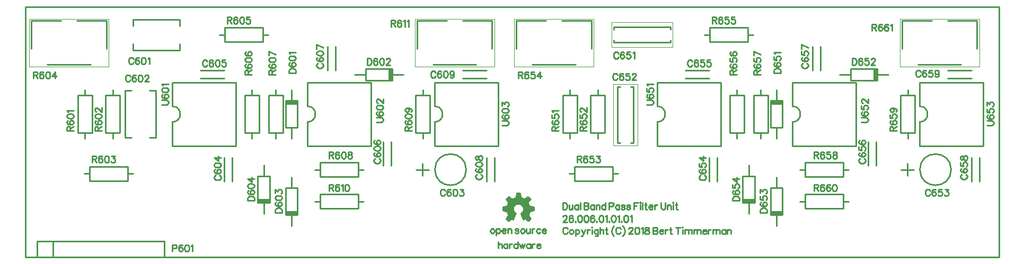
<source format=gto>
G04 start of page 8 for group -4079 idx -4079 *
G04 Title: 26.006.01.01.01, topsilk *
G04 Creator: pcb 4.1.2 *
G04 CreationDate: Sun Jul 29 08:17:17 2018 UTC *
G04 For: bert *
G04 Format: Gerber/RS-274X *
G04 PCB-Dimensions (mil): 6200.00 1620.00 *
G04 PCB-Coordinate-Origin: lower left *
%MOIN*%
%FSLAX25Y25*%
%LNGTO*%
%ADD48C,0.0000*%
%ADD47C,0.0100*%
%ADD46C,0.0001*%
G54D46*G36*
X311477Y42414D02*X314054D01*
X314137Y42382D01*
X314184Y42306D01*
X314233Y42067D01*
X314277Y41845D01*
X314668Y39713D01*
X314715Y39625D01*
X314798Y39567D01*
X314901Y39523D01*
X315691Y39252D01*
X316441Y38894D01*
X316447D01*
X316534Y38856D01*
X316631Y38842D01*
X316729Y38873D01*
X318502Y40092D01*
X318693Y40217D01*
X318894Y40353D01*
X318980Y40378D01*
X319062Y40342D01*
X319393Y40012D01*
X319897Y39512D01*
X320055Y39349D01*
X320554Y38851D01*
X320716Y38694D01*
X320884Y38520D01*
X320923Y38435D01*
X320901Y38346D01*
X320765Y38145D01*
X320636Y37955D01*
X319447Y36219D01*
X319415Y36127D01*
X319430Y36030D01*
X319475Y35931D01*
X320158Y34325D01*
X320195Y34234D01*
X320258Y34156D01*
X320348Y34109D01*
X322387Y33728D01*
X322611Y33685D01*
X322854Y33642D01*
X322929Y33595D01*
X322958Y33512D01*
Y30935D01*
X322929Y30846D01*
X322854Y30799D01*
X322611Y30756D01*
X322387Y30713D01*
X320408Y30344D01*
X320320Y30296D01*
X320266Y30213D01*
X320238Y30153D01*
Y30142D01*
X319523Y28369D01*
X319518Y28357D01*
X319501Y28314D01*
X319484Y28213D01*
X319512Y28119D01*
X320641Y26487D01*
X320765Y26296D01*
X320906Y26095D01*
X320925Y26009D01*
X320884Y25927D01*
X320716Y25748D01*
X320554Y25591D01*
X319236Y24273D01*
X319062Y24105D01*
X318980Y24064D01*
X318894Y24082D01*
X318693Y24224D01*
X318502Y24348D01*
X316908Y25445D01*
X316809Y25474D01*
X316712Y25455D01*
X316381Y25271D01*
X316187Y25162D01*
X315840Y24984D01*
X315755Y24978D01*
X315693Y25038D01*
X315547Y25395D01*
X315459Y25602D01*
X314076Y28960D01*
X313988Y29166D01*
X313891Y29399D01*
X313887Y29494D01*
X313940Y29567D01*
X314163Y29698D01*
X314304Y29806D01*
X314840Y30252D01*
X315255Y30816D01*
X315522Y31475D01*
X315616Y32205D01*
X315558Y32780D01*
X315393Y33314D01*
X315130Y33799D01*
X314781Y34221D01*
X314361Y34570D01*
X313877Y34834D01*
X313343Y34999D01*
X312769Y35057D01*
X312194Y34999D01*
X311659Y34834D01*
X311176Y34570D01*
X310754Y34221D01*
X310406Y33799D01*
X310144Y33314D01*
X309979Y32780D01*
X309920Y32205D01*
X310013Y31475D01*
X310280Y30816D01*
X310694Y30252D01*
X311233Y29806D01*
X311369Y29698D01*
X311591Y29567D01*
X311645Y29494D01*
X311640Y29399D01*
X311543Y29166D01*
X311455Y28960D01*
X310072Y25602D01*
X309986Y25395D01*
X309838Y25038D01*
X309777Y24978D01*
X309693Y24984D01*
X309351Y25162D01*
X309150Y25271D01*
X308819Y25455D01*
X308720Y25474D01*
X308623Y25445D01*
X307029Y24348D01*
X306844Y24224D01*
X306638Y24082D01*
X306551Y24064D01*
X306469Y24105D01*
X306295Y24273D01*
X306138Y24435D01*
X305640Y24934D01*
X305477Y25092D01*
X304977Y25591D01*
X304815Y25748D01*
X304647Y25927D01*
X304608Y26009D01*
X304630Y26095D01*
X304766Y26296D01*
X304897Y26487D01*
X306019Y28119D01*
X306047Y28213D01*
X306030Y28314D01*
X306008Y28374D01*
X305298Y30148D01*
X305265Y30213D01*
X305211Y30296D01*
X305125Y30344D01*
X303144Y30713D01*
X302922Y30756D01*
X302683Y30799D01*
X302604Y30849D01*
X302575Y30935D01*
Y33512D01*
X302604Y33595D01*
X302683Y33642D01*
X302922Y33691D01*
X303144Y33728D01*
X305184Y34109D01*
X305273Y34156D01*
X305336Y34239D01*
X305373Y34325D01*
X306062Y35931D01*
X306101Y36030D01*
X306118Y36127D01*
X306090Y36219D01*
X304897Y37960D01*
X304766Y38145D01*
X304630Y38346D01*
X304608Y38435D01*
X304647Y38520D01*
X304815Y38694D01*
X304977Y38851D01*
X306469Y40342D01*
X306551Y40378D01*
X306638Y40359D01*
X306844Y40223D01*
X307029Y40092D01*
X308802Y38873D01*
X308900Y38844D01*
X308998Y38862D01*
X309084Y38894D01*
X309095Y38899D01*
X309841Y39253D01*
X310631Y39528D01*
X310734Y39567D01*
X310818Y39625D01*
X310863Y39713D01*
X311261Y41845D01*
X311298Y42067D01*
X311347Y42306D01*
X311394Y42382D01*
X311477Y42414D01*
G37*
G54D47*X2500Y159500D02*Y2000D01*
X615000D01*
X2500Y159500D02*X615000D01*
Y2000D01*
X296000Y19800D02*X295600Y19600D01*
X295200Y19200D01*
X295000Y18600D01*
Y18200D01*
X295200Y17600D01*
X295600Y17200D01*
X296000Y17000D01*
X296600D01*
X297000Y17200D01*
X297400Y17600D01*
X297600Y18200D01*
Y18600D02*Y18200D01*
Y18600D02*X297400Y19200D01*
X297000Y19600D01*
X296600Y19800D01*
X296000D02*X296600D01*
X298800D02*Y15600D01*
Y19200D02*X299200Y19600D01*
X299600Y19800D01*
X300200D01*
X300600Y19600D01*
X301000Y19200D01*
X301200Y18600D01*
Y18200D01*
X301000Y17600D01*
X300600Y17200D01*
X300200Y17000D01*
X299600D02*X300200D01*
X299600D02*X299200Y17200D01*
X298800Y17600D01*
X302400Y18600D02*X304800D01*
Y19000D02*Y18600D01*
Y19000D02*X304600Y19400D01*
X304400Y19600D01*
X304000Y19800D01*
X303400D02*X304000D01*
X303400D02*X303000Y19600D01*
X302600Y19200D01*
X302400Y18600D01*
Y18200D01*
X302600Y17600D01*
X303000Y17200D01*
X303400Y17000D01*
X304000D01*
X304400Y17200D01*
X304800Y17600D01*
X306000Y19800D02*Y17000D01*
Y19000D02*X306600Y19600D01*
X307000Y19800D01*
X307600D01*
X308000Y19600D01*
X308200Y19000D01*
Y17000D01*
X312800Y19200D02*X312600Y19600D01*
X312000Y19800D01*
X311400D02*X312000D01*
X311400D02*X310800Y19600D01*
X310600Y19200D01*
X310800Y18800D01*
X311200Y18600D01*
X312200Y18400D01*
X312600Y18200D01*
X312800Y17800D01*
Y17600D01*
X312600Y17200D01*
X312000Y17000D01*
X311400D02*X312000D01*
X311400D02*X310800Y17200D01*
X310600Y17600D01*
X315000Y19800D02*X314600Y19600D01*
X314200Y19200D01*
X314000Y18600D01*
Y18200D01*
X314200Y17600D01*
X314600Y17200D01*
X315000Y17000D01*
X315600D01*
X316000Y17200D01*
X316400Y17600D01*
X316600Y18200D01*
Y18600D02*Y18200D01*
Y18600D02*X316400Y19200D01*
X316000Y19600D01*
X315600Y19800D01*
X315000D02*X315600D01*
X317800D02*Y17800D01*
X318000Y17200D01*
X318400Y17000D01*
X319000D01*
X319400Y17200D01*
X320000Y17800D01*
Y19800D02*Y17000D01*
X321200Y19800D02*Y17000D01*
Y18600D02*X321400Y19200D01*
X321800Y19600D01*
X322200Y19800D01*
X322800D01*
X326400Y19200D02*X326000Y19600D01*
X325600Y19800D01*
X325000D02*X325600D01*
X325000D02*X324600Y19600D01*
X324200Y19200D01*
X324000Y18600D01*
Y18200D01*
X324200Y17600D01*
X324600Y17200D01*
X325000Y17000D01*
X325600D01*
X326000Y17200D01*
X326400Y17600D01*
X327600Y18600D02*X330000D01*
Y19000D02*Y18600D01*
Y19000D02*X329800Y19400D01*
X329600Y19600D01*
X329200Y19800D01*
X328600D02*X329200D01*
X328600D02*X328200Y19600D01*
X327800Y19200D01*
X327600Y18600D01*
Y18200D01*
X327800Y17600D01*
X328200Y17200D01*
X328600Y17000D01*
X329200D01*
X329600Y17200D01*
X330000Y17600D01*
X300000Y11700D02*Y7500D01*
Y9500D02*X300600Y10100D01*
X301000Y10300D01*
X301600D01*
X302000Y10100D01*
X302200Y9500D01*
Y7500D01*
X305800Y10300D02*Y7500D01*
Y9700D02*X305400Y10100D01*
X305000Y10300D01*
X304400D02*X305000D01*
X304400D02*X304000Y10100D01*
X303600Y9700D01*
X303400Y9100D01*
Y8700D01*
X303600Y8100D01*
X304000Y7700D01*
X304400Y7500D01*
X305000D01*
X305400Y7700D01*
X305800Y8100D01*
X307000Y10300D02*Y7500D01*
Y9100D02*X307200Y9700D01*
X307600Y10100D01*
X308000Y10300D01*
X308600D01*
X312200Y11700D02*Y7500D01*
Y9700D02*X311800Y10100D01*
X311400Y10300D01*
X310800D02*X311400D01*
X310800D02*X310400Y10100D01*
X310000Y9700D01*
X309800Y9100D01*
Y8700D01*
X310000Y8100D01*
X310400Y7700D01*
X310800Y7500D01*
X311400D01*
X311800Y7700D01*
X312200Y8100D01*
X313400Y10300D02*X314200Y7500D01*
X315000Y10300D02*X314200Y7500D01*
X315000Y10300D02*X315800Y7500D01*
X316600Y10300D02*X315800Y7500D01*
X320200Y10300D02*Y7500D01*
Y9700D02*X319800Y10100D01*
X319400Y10300D01*
X318800D02*X319400D01*
X318800D02*X318400Y10100D01*
X318000Y9700D01*
X317800Y9100D01*
Y8700D01*
X318000Y8100D01*
X318400Y7700D01*
X318800Y7500D01*
X319400D01*
X319800Y7700D01*
X320200Y8100D01*
X321400Y10300D02*Y7500D01*
Y9100D02*X321600Y9700D01*
X322000Y10100D01*
X322400Y10300D01*
X323000D01*
X324200Y9100D02*X326600D01*
Y9500D02*Y9100D01*
Y9500D02*X326400Y9900D01*
X326200Y10100D01*
X325800Y10300D01*
X325200D02*X325800D01*
X325200D02*X324800Y10100D01*
X324400Y9700D01*
X324200Y9100D01*
Y8700D01*
X324400Y8100D01*
X324800Y7700D01*
X325200Y7500D01*
X325800D01*
X326200Y7700D01*
X326600Y8100D01*
X340500Y36200D02*Y32000D01*
Y36200D02*X341900D01*
X342500Y36000D01*
X342900Y35600D01*
X343100Y35200D01*
X343300Y34600D01*
Y33600D01*
X343100Y33000D01*
X342900Y32600D01*
X342500Y32200D01*
X341900Y32000D01*
X340500D02*X341900D01*
X344500Y34800D02*Y32800D01*
X344700Y32200D01*
X345100Y32000D01*
X345700D01*
X346100Y32200D01*
X346700Y32800D01*
Y34800D02*Y32000D01*
X350300Y34800D02*Y32000D01*
Y34200D02*X349900Y34600D01*
X349500Y34800D01*
X348900D02*X349500D01*
X348900D02*X348500Y34600D01*
X348100Y34200D01*
X347900Y33600D01*
Y33200D01*
X348100Y32600D01*
X348500Y32200D01*
X348900Y32000D01*
X349500D01*
X349900Y32200D01*
X350300Y32600D01*
X351500Y36200D02*Y32000D01*
X353900Y36200D02*Y32000D01*
Y36200D02*X355700D01*
X356300Y36000D01*
X356500Y35800D01*
X356700Y35400D01*
Y35000D01*
X356500Y34600D01*
X356300Y34400D01*
X355700Y34200D01*
X353900D02*X355700D01*
X356300Y34000D01*
X356500Y33800D01*
X356700Y33400D01*
Y32800D01*
X356500Y32400D01*
X356300Y32200D01*
X355700Y32000D01*
X353900D02*X355700D01*
X360300Y34800D02*Y32000D01*
Y34200D02*X359900Y34600D01*
X359500Y34800D01*
X358900D02*X359500D01*
X358900D02*X358500Y34600D01*
X358100Y34200D01*
X357900Y33600D01*
Y33200D01*
X358100Y32600D01*
X358500Y32200D01*
X358900Y32000D01*
X359500D01*
X359900Y32200D01*
X360300Y32600D01*
X361500Y34800D02*Y32000D01*
Y34000D02*X362100Y34600D01*
X362500Y34800D01*
X363100D01*
X363500Y34600D01*
X363700Y34000D01*
Y32000D01*
X367300Y36200D02*Y32000D01*
Y34200D02*X366900Y34600D01*
X366500Y34800D01*
X365900D02*X366500D01*
X365900D02*X365500Y34600D01*
X365100Y34200D01*
X364900Y33600D01*
Y33200D01*
X365100Y32600D01*
X365500Y32200D01*
X365900Y32000D01*
X366500D01*
X366900Y32200D01*
X367300Y32600D01*
X369700Y36200D02*Y32000D01*
Y36200D02*X371500D01*
X372100Y36000D01*
X372300Y35800D01*
X372500Y35400D01*
Y34800D01*
X372300Y34400D01*
X372100Y34200D01*
X371500Y34000D01*
X369700D02*X371500D01*
X376100Y34800D02*Y32000D01*
Y34200D02*X375700Y34600D01*
X375300Y34800D01*
X374700D02*X375300D01*
X374700D02*X374300Y34600D01*
X373900Y34200D01*
X373700Y33600D01*
Y33200D01*
X373900Y32600D01*
X374300Y32200D01*
X374700Y32000D01*
X375300D01*
X375700Y32200D01*
X376100Y32600D01*
X379500Y34200D02*X379300Y34600D01*
X378700Y34800D01*
X378100D02*X378700D01*
X378100D02*X377500Y34600D01*
X377300Y34200D01*
X377500Y33800D01*
X377900Y33600D01*
X378900Y33400D01*
X379300Y33200D01*
X379500Y32800D01*
Y32600D01*
X379300Y32200D01*
X378700Y32000D01*
X378100D02*X378700D01*
X378100D02*X377500Y32200D01*
X377300Y32600D01*
X382900Y34200D02*X382700Y34600D01*
X382100Y34800D01*
X381500D02*X382100D01*
X381500D02*X380900Y34600D01*
X380700Y34200D01*
X380900Y33800D01*
X381300Y33600D01*
X382300Y33400D01*
X382700Y33200D01*
X382900Y32800D01*
Y32600D01*
X382700Y32200D01*
X382100Y32000D01*
X381500D02*X382100D01*
X381500D02*X380900Y32200D01*
X380700Y32600D01*
X385300Y36200D02*Y32000D01*
Y36200D02*X387900D01*
X385300Y34200D02*X386900D01*
X389100Y36200D02*X389300Y36000D01*
X389500Y36200D01*
X389300Y36400D01*
X389100Y36200D01*
X389300Y34800D02*Y32000D01*
X390700Y36200D02*Y32000D01*
X392500Y36200D02*Y32800D01*
X392700Y32200D01*
X393100Y32000D01*
X393500D01*
X391900Y34800D02*X393300D01*
X394700Y33600D02*X397100D01*
Y34000D02*Y33600D01*
Y34000D02*X396900Y34400D01*
X396700Y34600D01*
X396300Y34800D01*
X395700D02*X396300D01*
X395700D02*X395300Y34600D01*
X394900Y34200D01*
X394700Y33600D01*
Y33200D01*
X394900Y32600D01*
X395300Y32200D01*
X395700Y32000D01*
X396300D01*
X396700Y32200D01*
X397100Y32600D01*
X398300Y34800D02*Y32000D01*
Y33600D02*X398500Y34200D01*
X398900Y34600D01*
X399300Y34800D01*
X399900D01*
X402300Y36200D02*Y33200D01*
X402500Y32600D01*
X402900Y32200D01*
X403500Y32000D01*
X403900D01*
X404500Y32200D01*
X404900Y32600D01*
X405100Y33200D01*
Y36200D02*Y33200D01*
X406300Y34800D02*Y32000D01*
Y34000D02*X406900Y34600D01*
X407300Y34800D01*
X407900D01*
X408300Y34600D01*
X408500Y34000D01*
Y32000D01*
X409700Y36200D02*X409900Y36000D01*
X410100Y36200D01*
X409900Y36400D01*
X409700Y36200D01*
X409900Y34800D02*Y32000D01*
X411900Y36200D02*Y32800D01*
X412100Y32200D01*
X412500Y32000D01*
X412900D01*
X411300Y34800D02*X412700D01*
X343500Y19700D02*X343300Y20100D01*
X342900Y20500D01*
X342500Y20700D01*
X341700D02*X342500D01*
X341700D02*X341300Y20500D01*
X340900Y20100D01*
X340700Y19700D01*
X340500Y19100D01*
Y18100D01*
X340700Y17500D01*
X340900Y17100D01*
X341300Y16700D01*
X341700Y16500D01*
X342500D01*
X342900Y16700D01*
X343300Y17100D01*
X343500Y17500D01*
X345700Y19300D02*X345300Y19100D01*
X344900Y18700D01*
X344700Y18100D01*
Y17700D01*
X344900Y17100D01*
X345300Y16700D01*
X345700Y16500D01*
X346300D01*
X346700Y16700D01*
X347100Y17100D01*
X347300Y17700D01*
Y18100D02*Y17700D01*
Y18100D02*X347100Y18700D01*
X346700Y19100D01*
X346300Y19300D01*
X345700D02*X346300D01*
X348500D02*Y15100D01*
Y18700D02*X348900Y19100D01*
X349300Y19300D01*
X349900D01*
X350300Y19100D01*
X350700Y18700D01*
X350900Y18100D01*
Y17700D01*
X350700Y17100D01*
X350300Y16700D01*
X349900Y16500D01*
X349300D02*X349900D01*
X349300D02*X348900Y16700D01*
X348500Y17100D01*
X352300Y19300D02*X353500Y16500D01*
X354700Y19300D02*X353500Y16500D01*
X353100Y15700D01*
X352700Y15300D01*
X352300Y15100D01*
X352100D02*X352300D01*
X355900Y19300D02*Y16500D01*
Y18100D02*X356100Y18700D01*
X356500Y19100D01*
X356900Y19300D01*
X357500D01*
X358700Y20700D02*X358900Y20500D01*
X359100Y20700D01*
X358900Y20900D01*
X358700Y20700D01*
X358900Y19300D02*Y16500D01*
X362700Y19300D02*Y16100D01*
X362500Y15500D01*
X362300Y15300D01*
X361900Y15100D01*
X361300D02*X361900D01*
X361300D02*X360900Y15300D01*
X362700Y18700D02*X362300Y19100D01*
X361900Y19300D01*
X361300D02*X361900D01*
X361300D02*X360900Y19100D01*
X360500Y18700D01*
X360300Y18100D01*
Y17700D01*
X360500Y17100D01*
X360900Y16700D01*
X361300Y16500D01*
X361900D01*
X362300Y16700D01*
X362700Y17100D01*
X363900Y20700D02*Y16500D01*
Y18500D02*X364500Y19100D01*
X364900Y19300D01*
X365500D01*
X365900Y19100D01*
X366100Y18500D01*
Y16500D01*
X367900Y20700D02*Y17300D01*
X368100Y16700D01*
X368500Y16500D01*
X368900D01*
X367300Y19300D02*X368700D01*
X372700Y21500D02*X372300Y21100D01*
X371900Y20500D01*
X371500Y19700D01*
X371300Y18700D01*
Y17900D01*
X371500Y16900D01*
X371900Y16100D01*
X372300Y15500D01*
X372700Y15100D01*
X376900Y19700D02*X376700Y20100D01*
X376300Y20500D01*
X375900Y20700D01*
X375100D02*X375900D01*
X375100D02*X374700Y20500D01*
X374300Y20100D01*
X374100Y19700D01*
X373900Y19100D01*
Y18100D01*
X374100Y17500D01*
X374300Y17100D01*
X374700Y16700D01*
X375100Y16500D01*
X375900D01*
X376300Y16700D01*
X376700Y17100D01*
X376900Y17500D01*
X378100Y21500D02*X378500Y21100D01*
X378900Y20500D01*
X379300Y19700D01*
X379500Y18700D01*
Y17900D01*
X379300Y16900D01*
X378900Y16100D01*
X378500Y15500D01*
X378100Y15100D01*
X382100Y19900D02*Y19700D01*
Y19900D02*X382300Y20300D01*
X382500Y20500D01*
X382900Y20700D01*
X383700D01*
X384100Y20500D01*
X384300Y20300D01*
X384500Y19900D01*
Y19500D01*
X384300Y19100D01*
X383900Y18500D01*
X381900Y16500D01*
X384700D01*
X387100Y20700D02*X386500Y20500D01*
X386100Y19900D01*
X385900Y18900D01*
Y18300D01*
X386100Y17300D01*
X386500Y16700D01*
X387100Y16500D01*
X387500D01*
X388100Y16700D01*
X388500Y17300D01*
X388700Y18300D01*
Y18900D02*Y18300D01*
Y18900D02*X388500Y19900D01*
X388100Y20500D01*
X387500Y20700D01*
X387100D02*X387500D01*
X389900Y19900D02*X390300Y20100D01*
X390900Y20700D01*
Y16500D01*
X393100Y20700D02*X392500Y20500D01*
X392300Y20100D01*
Y19700D01*
X392500Y19300D01*
X392900Y19100D01*
X393700Y18900D01*
X394300Y18700D01*
X394700Y18300D01*
X394900Y17900D01*
Y17300D01*
X394700Y16900D01*
X394500Y16700D01*
X393900Y16500D01*
X393100D02*X393900D01*
X393100D02*X392500Y16700D01*
X392300Y16900D01*
X392100Y17300D01*
Y17900D02*Y17300D01*
Y17900D02*X392300Y18300D01*
X392700Y18700D01*
X393300Y18900D01*
X394100Y19100D01*
X394500Y19300D01*
X394700Y19700D01*
Y20100D02*Y19700D01*
Y20100D02*X394500Y20500D01*
X393900Y20700D01*
X393100D02*X393900D01*
X397300D02*Y16500D01*
Y20700D02*X399100D01*
X399700Y20500D01*
X399900Y20300D01*
X400100Y19900D01*
Y19500D01*
X399900Y19100D01*
X399700Y18900D01*
X399100Y18700D01*
X397300D02*X399100D01*
X399700Y18500D01*
X399900Y18300D01*
X400100Y17900D01*
Y17300D01*
X399900Y16900D01*
X399700Y16700D01*
X399100Y16500D01*
X397300D02*X399100D01*
X401300Y18100D02*X403700D01*
Y18500D02*Y18100D01*
Y18500D02*X403500Y18900D01*
X403300Y19100D01*
X402900Y19300D01*
X402300D02*X402900D01*
X402300D02*X401900Y19100D01*
X401500Y18700D01*
X401300Y18100D01*
Y17700D01*
X401500Y17100D01*
X401900Y16700D01*
X402300Y16500D01*
X402900D01*
X403300Y16700D01*
X403700Y17100D01*
X404900Y19300D02*Y16500D01*
Y18100D02*X405100Y18700D01*
X405500Y19100D01*
X405900Y19300D01*
X406500D01*
X408300Y20700D02*Y17300D01*
X408500Y16700D01*
X408900Y16500D01*
X409300D01*
X407700Y19300D02*X409100D01*
X413100Y20700D02*Y16500D01*
X411700Y20700D02*X414500D01*
X415700D02*X415900Y20500D01*
X416100Y20700D01*
X415900Y20900D01*
X415700Y20700D01*
X415900Y19300D02*Y16500D01*
X417300Y19300D02*Y16500D01*
Y18500D02*X417900Y19100D01*
X418300Y19300D01*
X418900D01*
X419300Y19100D01*
X419500Y18500D01*
Y16500D01*
Y18500D02*X420100Y19100D01*
X420500Y19300D01*
X421100D01*
X421500Y19100D01*
X421700Y18500D01*
Y16500D01*
X422900Y19300D02*Y16500D01*
Y18500D02*X423500Y19100D01*
X423900Y19300D01*
X424500D01*
X424900Y19100D01*
X425100Y18500D01*
Y16500D01*
Y18500D02*X425700Y19100D01*
X426100Y19300D01*
X426700D01*
X427100Y19100D01*
X427300Y18500D01*
Y16500D01*
X428500Y18100D02*X430900D01*
Y18500D02*Y18100D01*
Y18500D02*X430700Y18900D01*
X430500Y19100D01*
X430100Y19300D01*
X429500D02*X430100D01*
X429500D02*X429100Y19100D01*
X428700Y18700D01*
X428500Y18100D01*
Y17700D01*
X428700Y17100D01*
X429100Y16700D01*
X429500Y16500D01*
X430100D01*
X430500Y16700D01*
X430900Y17100D01*
X432100Y19300D02*Y16500D01*
Y18100D02*X432300Y18700D01*
X432700Y19100D01*
X433100Y19300D01*
X433700D01*
X434900D02*Y16500D01*
Y18500D02*X435500Y19100D01*
X435900Y19300D01*
X436500D01*
X436900Y19100D01*
X437100Y18500D01*
Y16500D01*
Y18500D02*X437700Y19100D01*
X438100Y19300D01*
X438700D01*
X439100Y19100D01*
X439300Y18500D01*
Y16500D01*
X442900Y19300D02*Y16500D01*
Y18700D02*X442500Y19100D01*
X442100Y19300D01*
X441500D02*X442100D01*
X441500D02*X441100Y19100D01*
X440700Y18700D01*
X440500Y18100D01*
Y17700D01*
X440700Y17100D01*
X441100Y16700D01*
X441500Y16500D01*
X442100D01*
X442500Y16700D01*
X442900Y17100D01*
X444100Y19300D02*Y16500D01*
Y18500D02*X444700Y19100D01*
X445100Y19300D01*
X445700D01*
X446100Y19100D01*
X446300Y18500D01*
Y16500D01*
X340700Y27400D02*Y27200D01*
Y27400D02*X340900Y27800D01*
X341100Y28000D01*
X341500Y28200D01*
X342300D01*
X342700Y28000D01*
X342900Y27800D01*
X343100Y27400D01*
Y27000D01*
X342900Y26600D01*
X342500Y26000D01*
X340500Y24000D01*
X343300D01*
X346900Y27600D02*X346700Y28000D01*
X346100Y28200D01*
X345700D02*X346100D01*
X345700D02*X345100Y28000D01*
X344700Y27400D01*
X344500Y26400D01*
Y25400D01*
X344700Y24600D01*
X345100Y24200D01*
X345700Y24000D01*
X345900D01*
X346500Y24200D01*
X346900Y24600D01*
X347100Y25200D01*
Y25400D02*Y25200D01*
Y25400D02*X346900Y26000D01*
X346500Y26400D01*
X345900Y26600D01*
X345700D02*X345900D01*
X345700D02*X345100Y26400D01*
X344700Y26000D01*
X344500Y25400D01*
X348500Y24400D02*X348300Y24200D01*
X348500Y24000D01*
X348700Y24200D01*
X348500Y24400D01*
X351100Y28200D02*X350500Y28000D01*
X350100Y27400D01*
X349900Y26400D01*
Y25800D01*
X350100Y24800D01*
X350500Y24200D01*
X351100Y24000D01*
X351500D01*
X352100Y24200D01*
X352500Y24800D01*
X352700Y25800D01*
Y26400D02*Y25800D01*
Y26400D02*X352500Y27400D01*
X352100Y28000D01*
X351500Y28200D01*
X351100D02*X351500D01*
X355100D02*X354500Y28000D01*
X354100Y27400D01*
X353900Y26400D01*
Y25800D01*
X354100Y24800D01*
X354500Y24200D01*
X355100Y24000D01*
X355500D01*
X356100Y24200D01*
X356500Y24800D01*
X356700Y25800D01*
Y26400D02*Y25800D01*
Y26400D02*X356500Y27400D01*
X356100Y28000D01*
X355500Y28200D01*
X355100D02*X355500D01*
X360300Y27600D02*X360100Y28000D01*
X359500Y28200D01*
X359100D02*X359500D01*
X359100D02*X358500Y28000D01*
X358100Y27400D01*
X357900Y26400D01*
Y25400D01*
X358100Y24600D01*
X358500Y24200D01*
X359100Y24000D01*
X359300D01*
X359900Y24200D01*
X360300Y24600D01*
X360500Y25200D01*
Y25400D02*Y25200D01*
Y25400D02*X360300Y26000D01*
X359900Y26400D01*
X359300Y26600D01*
X359100D02*X359300D01*
X359100D02*X358500Y26400D01*
X358100Y26000D01*
X357900Y25400D01*
X361900Y24400D02*X361700Y24200D01*
X361900Y24000D01*
X362100Y24200D01*
X361900Y24400D01*
X364500Y28200D02*X363900Y28000D01*
X363500Y27400D01*
X363300Y26400D01*
Y25800D01*
X363500Y24800D01*
X363900Y24200D01*
X364500Y24000D01*
X364900D01*
X365500Y24200D01*
X365900Y24800D01*
X366100Y25800D01*
Y26400D02*Y25800D01*
Y26400D02*X365900Y27400D01*
X365500Y28000D01*
X364900Y28200D01*
X364500D02*X364900D01*
X367300Y27400D02*X367700Y27600D01*
X368300Y28200D01*
Y24000D01*
X369700Y24400D02*X369500Y24200D01*
X369700Y24000D01*
X369900Y24200D01*
X369700Y24400D01*
X372300Y28200D02*X371700Y28000D01*
X371300Y27400D01*
X371100Y26400D01*
Y25800D01*
X371300Y24800D01*
X371700Y24200D01*
X372300Y24000D01*
X372700D01*
X373300Y24200D01*
X373700Y24800D01*
X373900Y25800D01*
Y26400D02*Y25800D01*
Y26400D02*X373700Y27400D01*
X373300Y28000D01*
X372700Y28200D01*
X372300D02*X372700D01*
X375100Y27400D02*X375500Y27600D01*
X376100Y28200D01*
Y24000D01*
X377500Y24400D02*X377300Y24200D01*
X377500Y24000D01*
X377700Y24200D01*
X377500Y24400D01*
X380100Y28200D02*X379500Y28000D01*
X379100Y27400D01*
X378900Y26400D01*
Y25800D01*
X379100Y24800D01*
X379500Y24200D01*
X380100Y24000D01*
X380500D01*
X381100Y24200D01*
X381500Y24800D01*
X381700Y25800D01*
Y26400D02*Y25800D01*
Y26400D02*X381500Y27400D01*
X381100Y28000D01*
X380500Y28200D01*
X380100D02*X380500D01*
X382900Y27400D02*X383300Y27600D01*
X383900Y28200D01*
Y24000D01*
X597500Y64500D02*Y49500D01*
X602500Y64500D02*Y49500D01*
X565000Y72000D02*X605000D01*
Y112000D02*Y72000D01*
X565000Y112000D02*X605000D01*
X565000Y87000D02*Y72000D01*
Y112000D02*Y97000D01*
Y87000D02*G75*G03X565000Y97000I0J5000D01*G01*
X553347Y57000D02*X561221D01*
X557284Y60937D02*Y53063D01*
X565158Y57000D02*G75*G03X565158Y57000I9843J0D01*G01*
X557500Y107300D02*Y103900D01*
Y80100D02*Y76700D01*
X553000Y103900D02*X562000D01*
X553000Y80100D02*X562000D01*
Y103900D02*Y80100D01*
X553000Y103900D02*Y80100D01*
X582500Y114500D02*X597500D01*
X582500Y119500D02*X597500D01*
X582500Y150780D02*X601122D01*
X572500D02*X553878D01*
X601122D02*Y133221D01*
X591122Y123221D02*X563878D01*
X553878Y133221D02*Y150780D01*
G54D48*X552500Y152000D02*X602500D01*
Y122000D01*
X552500D01*
Y152000D01*
G54D47*X400000Y72000D02*X440000D01*
Y112000D02*Y72000D01*
X400000Y112000D02*X440000D01*
X400000Y87000D02*Y72000D01*
Y112000D02*Y97000D01*
Y87000D02*G75*G03X400000Y97000I0J5000D01*G01*
X345000Y80100D02*Y76700D01*
Y107300D02*Y103900D01*
X340500Y80100D02*X349500D01*
X340500Y103900D02*X349500D01*
X340500D02*Y80100D01*
X349500Y103900D02*Y80100D01*
X362500Y107300D02*Y103900D01*
Y80100D02*Y76700D01*
X358000Y103900D02*X367000D01*
X358000Y80100D02*X367000D01*
Y103900D02*Y80100D01*
X358000Y103900D02*Y80100D01*
X417500Y114500D02*X432500D01*
X417500Y119500D02*X432500D01*
X375079Y73783D02*X376700D01*
X383300D02*X384921D01*
X375079Y109217D02*Y73783D01*
Y109217D02*X376700D01*
X383300D02*X384921D01*
Y73783D01*
G54D48*X372200Y72284D02*X387800D01*
X372200Y110716D02*X387800D01*
Y72284D01*
X372200Y110716D02*Y72284D01*
G54D47*X456900Y142000D02*X460300D01*
X429700D02*X433100D01*
X456900Y146500D02*Y137500D01*
X433100Y146500D02*Y137500D01*
X456900D01*
X433100Y146500D02*X456900D01*
G54D48*X310000Y122000D02*Y152000D01*
X360000Y122000D02*X310000D01*
X360000Y152000D02*Y122000D01*
X310000Y152000D02*X360000D01*
G54D47*X311378Y133221D02*Y150780D01*
X348622Y123221D02*X321378D01*
X358622Y150780D02*Y133221D01*
X330000Y150780D02*X311378D01*
X340000D02*X358622D01*
X372783Y145300D02*Y146921D01*
Y138700D02*Y137079D01*
Y146921D02*X408217D01*
Y145300D02*Y146921D01*
Y138700D02*Y137079D01*
X372783D01*
G54D48*X371284Y149800D02*Y134200D01*
X409716Y149800D02*Y134200D01*
X371284D01*
Y149800D02*X409716D01*
G54D47*X465000Y107300D02*Y103900D01*
Y80100D02*Y76700D01*
X460500Y103900D02*X469500D01*
X460500Y80100D02*X469500D01*
Y103900D02*Y80100D01*
X460500Y103900D02*Y80100D01*
X450000D02*Y76700D01*
Y107300D02*Y103900D01*
X445500Y80100D02*X454500D01*
X445500Y103900D02*X454500D01*
X445500D02*Y80100D01*
X454500Y103900D02*Y80100D01*
X432500Y64500D02*Y49500D01*
X437500Y64500D02*Y49500D01*
X538400Y117000D02*X545300D01*
X514700D02*X521600D01*
X538400Y120700D02*Y113300D01*
X521600Y120700D02*Y113300D01*
X538400D01*
X521600Y120700D02*X538400D01*
X537900D02*Y113300D01*
X537400Y120700D02*Y113300D01*
X536900Y120700D02*Y113300D01*
X536400Y120700D02*Y113300D01*
X485000Y72000D02*X525000D01*
Y112000D02*Y72000D01*
X485000Y112000D02*X525000D01*
X485000Y87000D02*Y72000D01*
Y112000D02*Y97000D01*
Y87000D02*G75*G03X485000Y97000I0J5000D01*G01*
X502500Y134500D02*Y119500D01*
X497500Y134500D02*Y119500D01*
X475000Y107300D02*Y100400D01*
Y83600D02*Y76700D01*
X471300Y100400D02*X478700D01*
X471300Y83600D02*X478700D01*
Y100400D02*Y83600D01*
X471300Y100400D02*Y83600D01*
Y99900D02*X478700D01*
X471300Y99400D02*X478700D01*
X471300Y98900D02*X478700D01*
X471300Y98400D02*X478700D01*
X493100Y37000D02*X489700D01*
X516900D02*X520300D01*
X493100Y41500D02*Y32500D01*
X516900Y41500D02*Y32500D01*
X493100Y41500D02*X516900D01*
X493100Y32500D02*X516900D01*
X475000Y28600D02*Y21700D01*
Y52300D02*Y45400D01*
X471300Y28600D02*X478700D01*
X471300Y45400D02*X478700D01*
X471300D02*Y28600D01*
X478700Y45400D02*Y28600D01*
X471300Y29100D02*X478700D01*
X471300Y29600D02*X478700D01*
X471300Y30100D02*X478700D01*
X471300Y30600D02*X478700D01*
X493100Y57000D02*X489700D01*
X516900D02*X520300D01*
X493100Y61500D02*Y52500D01*
X516900Y61500D02*Y52500D01*
X493100Y61500D02*X516900D01*
X493100Y52500D02*X516900D01*
X457500Y36100D02*Y29200D01*
Y59800D02*Y52900D01*
X453800Y36100D02*X461200D01*
X453800Y52900D02*X461200D01*
X453800D02*Y36100D01*
X461200Y52900D02*Y36100D01*
X453800Y36600D02*X461200D01*
X453800Y37100D02*X461200D01*
X453800Y37600D02*X461200D01*
X453800Y38100D02*X461200D01*
X532500Y74500D02*Y59500D01*
X537500Y74500D02*Y59500D01*
X344700Y54500D02*X348100D01*
X371900D02*X375300D01*
X348100Y59000D02*Y50000D01*
X371900Y59000D02*Y50000D01*
X348100Y59000D02*X371900D01*
X348100Y50000D02*X371900D01*
X10000Y12000D02*Y2000D01*
X20000Y12000D02*Y2000D01*
X10000D02*X90000D01*
X10000Y12000D02*X90000D01*
Y2000D01*
X188100Y37000D02*X184700D01*
X211900D02*X215300D01*
X188100Y41500D02*Y32500D01*
X211900Y41500D02*Y32500D01*
X188100Y41500D02*X211900D01*
X188100Y32500D02*X211900D01*
X39700Y54500D02*X43100D01*
X66900D02*X70300D01*
X43100Y59000D02*Y50000D01*
X66900Y59000D02*Y50000D01*
X43100Y59000D02*X66900D01*
X43100Y50000D02*X66900D01*
X95000Y72000D02*X135000D01*
Y112000D02*Y72000D01*
X95000Y112000D02*X135000D01*
X95000Y87000D02*Y72000D01*
Y112000D02*Y97000D01*
Y87000D02*G75*G03X95000Y97000I0J5000D01*G01*
X40000Y80100D02*Y76700D01*
Y107300D02*Y103900D01*
X35500Y80100D02*X44500D01*
X35500Y103900D02*X44500D01*
X35500D02*Y80100D01*
X44500Y103900D02*Y80100D01*
X57500Y107300D02*Y103900D01*
Y80100D02*Y76700D01*
X53000Y103900D02*X62000D01*
X53000Y80100D02*X62000D01*
Y103900D02*Y80100D01*
X53000Y103900D02*Y80100D01*
X65354Y106764D02*Y77236D01*
X84646Y106764D02*Y77236D01*
X65354D02*X69354D01*
X80646D02*X84646D01*
X65354Y106764D02*X69354D01*
X80646D02*X84646D01*
X145000Y80100D02*Y76700D01*
Y107300D02*Y103900D01*
X140500Y80100D02*X149500D01*
X140500Y103900D02*X149500D01*
X140500D02*Y80100D01*
X149500Y103900D02*Y80100D01*
X252500Y107300D02*Y103900D01*
Y80100D02*Y76700D01*
X248000Y103900D02*X257000D01*
X248000Y80100D02*X257000D01*
Y103900D02*Y80100D01*
X248000Y103900D02*Y80100D01*
X170000Y28600D02*Y21700D01*
Y52300D02*Y45400D01*
X166300Y28600D02*X173700D01*
X166300Y45400D02*X173700D01*
X166300D02*Y28600D01*
X173700Y45400D02*Y28600D01*
X166300Y29100D02*X173700D01*
X166300Y29600D02*X173700D01*
X166300Y30100D02*X173700D01*
X166300Y30600D02*X173700D01*
X152500Y36100D02*Y29200D01*
Y59800D02*Y52900D01*
X148800Y36100D02*X156200D01*
X148800Y52900D02*X156200D01*
X148800D02*Y36100D01*
X156200Y52900D02*Y36100D01*
X148800Y36600D02*X156200D01*
X148800Y37100D02*X156200D01*
X148800Y37600D02*X156200D01*
X148800Y38100D02*X156200D01*
X127500Y64500D02*Y49500D01*
X132500Y64500D02*Y49500D01*
X170000Y107300D02*Y100400D01*
Y83600D02*Y76700D01*
X166300Y100400D02*X173700D01*
X166300Y83600D02*X173700D01*
Y100400D02*Y83600D01*
X166300Y100400D02*Y83600D01*
Y99900D02*X173700D01*
X166300Y99400D02*X173700D01*
X166300Y98900D02*X173700D01*
X166300Y98400D02*X173700D01*
X160000Y107300D02*Y103900D01*
Y80100D02*Y76700D01*
X155500Y103900D02*X164500D01*
X155500Y80100D02*X164500D01*
Y103900D02*Y80100D01*
X155500Y103900D02*Y80100D01*
X188100Y57000D02*X184700D01*
X211900D02*X215300D01*
X188100Y61500D02*Y52500D01*
X211900Y61500D02*Y52500D01*
X188100Y61500D02*X211900D01*
X188100Y52500D02*X211900D01*
X227500Y74500D02*Y59500D01*
X232500Y74500D02*Y59500D01*
X292500Y64500D02*Y49500D01*
X297500Y64500D02*Y49500D01*
X197500Y134500D02*Y119500D01*
X192500Y134500D02*Y119500D01*
X70236Y151646D02*X99764D01*
X70236Y132354D02*X99764D01*
X70236Y151646D02*Y147646D01*
Y136354D02*Y132354D01*
X99764Y151646D02*Y147646D01*
Y136354D02*Y132354D01*
X151900Y142000D02*X155300D01*
X124700D02*X128100D01*
X151900Y146500D02*Y137500D01*
X128100Y146500D02*Y137500D01*
X151900D01*
X128100Y146500D02*X151900D01*
X112500Y114500D02*X127500D01*
X112500Y119500D02*X127500D01*
X248347Y57000D02*X256221D01*
X252284Y60937D02*Y53063D01*
X260158Y57000D02*G75*G03X260158Y57000I9843J0D01*G01*
X260000Y72000D02*X300000D01*
Y112000D02*Y72000D01*
X260000Y112000D02*X300000D01*
X260000Y87000D02*Y72000D01*
Y112000D02*Y97000D01*
Y87000D02*G75*G03X260000Y97000I0J5000D01*G01*
X180000Y72000D02*X220000D01*
Y112000D02*Y72000D01*
X180000Y112000D02*X220000D01*
X180000Y87000D02*Y72000D01*
Y112000D02*Y97000D01*
Y87000D02*G75*G03X180000Y97000I0J5000D01*G01*
X233400Y117000D02*X240300D01*
X209700D02*X216600D01*
X233400Y120700D02*Y113300D01*
X216600Y120700D02*Y113300D01*
X233400D01*
X216600Y120700D02*X233400D01*
X232900D02*Y113300D01*
X232400Y120700D02*Y113300D01*
X231900Y120700D02*Y113300D01*
X231400Y120700D02*Y113300D01*
X277500Y114500D02*X292500D01*
X277500Y119500D02*X292500D01*
G54D48*X247500Y122000D02*Y152000D01*
X297500Y122000D02*X247500D01*
X297500Y152000D02*Y122000D01*
X247500Y152000D02*X297500D01*
G54D47*X248878Y133221D02*Y150780D01*
X286122Y123221D02*X258878D01*
X296122Y150780D02*Y133221D01*
X267500Y150780D02*X248878D01*
X277500D02*X296122D01*
G54D48*X5000Y122000D02*Y152000D01*
X55000Y122000D02*X5000D01*
X55000Y152000D02*Y122000D01*
X5000Y152000D02*X55000D01*
G54D47*X6378Y133221D02*Y150780D01*
X43622Y123221D02*X16378D01*
X53622Y150780D02*Y133221D01*
X25000Y150780D02*X6378D01*
X35000D02*X53622D01*
X591800Y54000D02*X591400Y53800D01*
X591000Y53400D01*
X590800Y53000D01*
Y52200D01*
X591000Y51800D01*
X591400Y51400D01*
X591800Y51200D01*
X592400Y51000D01*
X593400D01*
X594000Y51200D01*
X594400Y51400D01*
X594800Y51800D01*
X595000Y52200D01*
Y53000D02*Y52200D01*
Y53000D02*X594800Y53400D01*
X594400Y53800D01*
X594000Y54000D01*
X591400Y57600D02*X591000Y57400D01*
X590800Y56800D01*
Y56400D01*
X591000Y55800D01*
X591600Y55400D01*
X592600Y55200D01*
X593600D01*
X594400Y55400D01*
X594800Y55800D01*
X595000Y56400D01*
Y56600D02*Y56400D01*
Y56600D02*X594800Y57200D01*
X594400Y57600D01*
X593800Y57800D01*
X593600D02*X593800D01*
X593600D02*X593000Y57600D01*
X592600Y57200D01*
X592400Y56600D01*
Y56400D01*
X592600Y55800D01*
X593000Y55400D01*
X593600Y55200D01*
X590800Y61400D02*Y59400D01*
X592600Y59200D01*
X592400Y59400D01*
X592200Y60000D01*
Y60600D02*Y60000D01*
Y60600D02*X592400Y61200D01*
X592800Y61600D01*
X593400Y61800D01*
X593800D01*
X594400Y61600D01*
X594800Y61200D01*
X595000Y60600D01*
Y60000D01*
X594800Y59400D01*
X594600Y59200D01*
X594200Y59000D01*
X590800Y64000D02*X591000Y63400D01*
X591400Y63200D01*
X591800D01*
X592200Y63400D01*
X592400Y63800D01*
X592600Y64600D01*
X592800Y65200D01*
X593200Y65600D01*
X593600Y65800D01*
X594200D01*
X594600Y65600D01*
X594800Y65400D01*
X595000Y64800D01*
Y64000D01*
X594800Y63400D01*
X594600Y63200D01*
X594200Y63000D01*
X593600D02*X594200D01*
X593600D02*X593200Y63200D01*
X592800Y63600D01*
X592600Y64200D01*
X592400Y65000D01*
X592200Y65400D01*
X591800Y65600D01*
X591400D02*X591800D01*
X591400D02*X591000Y65400D01*
X590800Y64800D01*
Y64000D01*
X607300Y85000D02*X610300D01*
X610900Y85200D01*
X611300Y85600D01*
X611500Y86200D01*
Y86600D02*Y86200D01*
Y86600D02*X611300Y87200D01*
X610900Y87600D01*
X610300Y87800D01*
X607300D02*X610300D01*
X607900Y91400D02*X607500Y91200D01*
X607300Y90600D01*
Y90200D01*
X607500Y89600D01*
X608100Y89200D01*
X609100Y89000D01*
X610100D01*
X610900Y89200D01*
X611300Y89600D01*
X611500Y90200D01*
Y90400D02*Y90200D01*
Y90400D02*X611300Y91000D01*
X610900Y91400D01*
X610300Y91600D01*
X610100D02*X610300D01*
X610100D02*X609500Y91400D01*
X609100Y91000D01*
X608900Y90400D01*
Y90200D01*
X609100Y89600D01*
X609500Y89200D01*
X610100Y89000D01*
X607300Y95200D02*Y93200D01*
X609100Y93000D01*
X608900Y93200D01*
X608700Y93800D01*
Y94400D02*Y93800D01*
Y94400D02*X608900Y95000D01*
X609300Y95400D01*
X609900Y95600D01*
X610300D01*
X610900Y95400D01*
X611300Y95000D01*
X611500Y94400D01*
Y93800D01*
X611300Y93200D01*
X611100Y93000D01*
X610700Y92800D01*
X607300Y99400D02*Y97200D01*
Y99400D02*X608900Y98200D01*
Y98800D02*Y98200D01*
Y98800D02*X609100Y99200D01*
X609300Y99400D01*
X609900Y99600D01*
X610300D01*
X610900Y99400D01*
X611300Y99000D01*
X611500Y98400D01*
Y97800D01*
X611300Y97200D01*
X611100Y97000D01*
X610700Y96800D01*
X571500Y43700D02*X571300Y44100D01*
X570900Y44500D01*
X570500Y44700D01*
X569700D02*X570500D01*
X569700D02*X569300Y44500D01*
X568900Y44100D01*
X568700Y43700D01*
X568500Y43100D01*
Y42100D01*
X568700Y41500D01*
X568900Y41100D01*
X569300Y40700D01*
X569700Y40500D01*
X570500D01*
X570900Y40700D01*
X571300Y41100D01*
X571500Y41500D01*
X575100Y44100D02*X574900Y44500D01*
X574300Y44700D01*
X573900D02*X574300D01*
X573900D02*X573300Y44500D01*
X572900Y43900D01*
X572700Y42900D01*
Y41900D01*
X572900Y41100D01*
X573300Y40700D01*
X573900Y40500D01*
X574100D01*
X574700Y40700D01*
X575100Y41100D01*
X575300Y41700D01*
Y41900D02*Y41700D01*
Y41900D02*X575100Y42500D01*
X574700Y42900D01*
X574100Y43100D01*
X573900D02*X574100D01*
X573900D02*X573300Y42900D01*
X572900Y42500D01*
X572700Y41900D01*
X576900Y44700D02*X578900D01*
X576900D02*X576700Y42900D01*
X576900Y43100D01*
X577500Y43300D01*
X578100D01*
X578700Y43100D01*
X579100Y42700D01*
X579300Y42100D01*
Y41700D01*
X579100Y41100D01*
X578700Y40700D01*
X578100Y40500D01*
X577500D02*X578100D01*
X577500D02*X576900Y40700D01*
X576700Y40900D01*
X576500Y41300D01*
X580900Y44700D02*X583100D01*
X581900Y43100D01*
X582500D01*
X582900Y42900D01*
X583100Y42700D01*
X583300Y42100D01*
Y41700D01*
X583100Y41100D01*
X582700Y40700D01*
X582100Y40500D01*
X581500D02*X582100D01*
X581500D02*X580900Y40700D01*
X580700Y40900D01*
X580500Y41300D01*
X565500Y118700D02*X565300Y119100D01*
X564900Y119500D01*
X564500Y119700D01*
X563700D02*X564500D01*
X563700D02*X563300Y119500D01*
X562900Y119100D01*
X562700Y118700D01*
X562500Y118100D01*
Y117100D01*
X562700Y116500D01*
X562900Y116100D01*
X563300Y115700D01*
X563700Y115500D01*
X564500D01*
X564900Y115700D01*
X565300Y116100D01*
X565500Y116500D01*
X569100Y119100D02*X568900Y119500D01*
X568300Y119700D01*
X567900D02*X568300D01*
X567900D02*X567300Y119500D01*
X566900Y118900D01*
X566700Y117900D01*
Y116900D01*
X566900Y116100D01*
X567300Y115700D01*
X567900Y115500D01*
X568100D01*
X568700Y115700D01*
X569100Y116100D01*
X569300Y116700D01*
Y116900D02*Y116700D01*
Y116900D02*X569100Y117500D01*
X568700Y117900D01*
X568100Y118100D01*
X567900D02*X568100D01*
X567900D02*X567300Y117900D01*
X566900Y117500D01*
X566700Y116900D01*
X570900Y119700D02*X572900D01*
X570900D02*X570700Y117900D01*
X570900Y118100D01*
X571500Y118300D01*
X572100D01*
X572700Y118100D01*
X573100Y117700D01*
X573300Y117100D01*
Y116700D01*
X573100Y116100D01*
X572700Y115700D01*
X572100Y115500D01*
X571500D02*X572100D01*
X571500D02*X570900Y115700D01*
X570700Y115900D01*
X570500Y116300D01*
X577100Y118300D02*X576900Y117700D01*
X576500Y117300D01*
X575900Y117100D01*
X575700D02*X575900D01*
X575700D02*X575100Y117300D01*
X574700Y117700D01*
X574500Y118300D01*
Y118500D02*Y118300D01*
Y118500D02*X574700Y119100D01*
X575100Y119500D01*
X575700Y119700D01*
X575900D01*
X576500Y119500D01*
X576900Y119100D01*
X577100Y118300D01*
Y117300D01*
X576900Y116300D01*
X576500Y115700D01*
X575900Y115500D01*
X575500D02*X575900D01*
X575500D02*X574900Y115700D01*
X574700Y116100D01*
X393300Y98000D02*X396300D01*
X396900Y98200D01*
X397300Y98600D01*
X397500Y99200D01*
Y99600D02*Y99200D01*
Y99600D02*X397300Y100200D01*
X396900Y100600D01*
X396300Y100800D01*
X393300D02*X396300D01*
X393900Y104400D02*X393500Y104200D01*
X393300Y103600D01*
Y103200D01*
X393500Y102600D01*
X394100Y102200D01*
X395100Y102000D01*
X396100D01*
X396900Y102200D01*
X397300Y102600D01*
X397500Y103200D01*
Y103400D02*Y103200D01*
Y103400D02*X397300Y104000D01*
X396900Y104400D01*
X396300Y104600D01*
X396100D02*X396300D01*
X396100D02*X395500Y104400D01*
X395100Y104000D01*
X394900Y103400D01*
Y103200D01*
X395100Y102600D01*
X395500Y102200D01*
X396100Y102000D01*
X393300Y108200D02*Y106200D01*
X395100Y106000D01*
X394900Y106200D01*
X394700Y106800D01*
Y107400D02*Y106800D01*
Y107400D02*X394900Y108000D01*
X395300Y108400D01*
X395900Y108600D01*
X396300D01*
X396900Y108400D01*
X397300Y108000D01*
X397500Y107400D01*
Y106800D01*
X397300Y106200D01*
X397100Y106000D01*
X396700Y105800D01*
X394100Y109800D02*X393900Y110200D01*
X393300Y110800D01*
X397500D01*
X333800Y81500D02*X338000D01*
X333800Y83300D02*Y81500D01*
Y83300D02*X334000Y83900D01*
X334200Y84100D01*
X334600Y84300D01*
X335000D01*
X335400Y84100D01*
X335600Y83900D01*
X335800Y83300D01*
Y81500D01*
Y82900D02*X338000Y84300D01*
X334400Y87900D02*X334000Y87700D01*
X333800Y87100D01*
Y86700D01*
X334000Y86100D01*
X334600Y85700D01*
X335600Y85500D01*
X336600D01*
X337400Y85700D01*
X337800Y86100D01*
X338000Y86700D01*
Y86900D02*Y86700D01*
Y86900D02*X337800Y87500D01*
X337400Y87900D01*
X336800Y88100D01*
X336600D02*X336800D01*
X336600D02*X336000Y87900D01*
X335600Y87500D01*
X335400Y86900D01*
Y86700D01*
X335600Y86100D01*
X336000Y85700D01*
X336600Y85500D01*
X333800Y91700D02*Y89700D01*
X335600Y89500D01*
X335400Y89700D01*
X335200Y90300D01*
Y90900D02*Y90300D01*
Y90900D02*X335400Y91500D01*
X335800Y91900D01*
X336400Y92100D01*
X336800D01*
X337400Y91900D01*
X337800Y91500D01*
X338000Y90900D01*
Y90300D01*
X337800Y89700D01*
X337600Y89500D01*
X337200Y89300D01*
X334600Y93300D02*X334400Y93700D01*
X333800Y94300D01*
X338000D01*
X351300Y81500D02*X355500D01*
X351300Y83300D02*Y81500D01*
Y83300D02*X351500Y83900D01*
X351700Y84100D01*
X352100Y84300D01*
X352500D01*
X352900Y84100D01*
X353100Y83900D01*
X353300Y83300D01*
Y81500D01*
Y82900D02*X355500Y84300D01*
X351900Y87900D02*X351500Y87700D01*
X351300Y87100D01*
Y86700D01*
X351500Y86100D01*
X352100Y85700D01*
X353100Y85500D01*
X354100D01*
X354900Y85700D01*
X355300Y86100D01*
X355500Y86700D01*
Y86900D02*Y86700D01*
Y86900D02*X355300Y87500D01*
X354900Y87900D01*
X354300Y88100D01*
X354100D02*X354300D01*
X354100D02*X353500Y87900D01*
X353100Y87500D01*
X352900Y86900D01*
Y86700D01*
X353100Y86100D01*
X353500Y85700D01*
X354100Y85500D01*
X351300Y91700D02*Y89700D01*
X353100Y89500D01*
X352900Y89700D01*
X352700Y90300D01*
Y90900D02*Y90300D01*
Y90900D02*X352900Y91500D01*
X353300Y91900D01*
X353900Y92100D01*
X354300D01*
X354900Y91900D01*
X355300Y91500D01*
X355500Y90900D01*
Y90300D01*
X355300Y89700D01*
X355100Y89500D01*
X354700Y89300D01*
X352100Y93500D02*X352300D01*
X352100D02*X351700Y93700D01*
X351500Y93900D01*
X351300Y94300D01*
Y95100D02*Y94300D01*
Y95100D02*X351500Y95500D01*
X351700Y95700D01*
X352100Y95900D01*
X352500D01*
X352900Y95700D01*
X353500Y95300D01*
X355500Y93300D01*
Y96100D02*Y93300D01*
X375000Y116700D02*X374800Y117100D01*
X374400Y117500D01*
X374000Y117700D01*
X373200D02*X374000D01*
X373200D02*X372800Y117500D01*
X372400Y117100D01*
X372200Y116700D01*
X372000Y116100D01*
Y115100D01*
X372200Y114500D01*
X372400Y114100D01*
X372800Y113700D01*
X373200Y113500D01*
X374000D01*
X374400Y113700D01*
X374800Y114100D01*
X375000Y114500D01*
X378600Y117100D02*X378400Y117500D01*
X377800Y117700D01*
X377400D02*X377800D01*
X377400D02*X376800Y117500D01*
X376400Y116900D01*
X376200Y115900D01*
Y114900D01*
X376400Y114100D01*
X376800Y113700D01*
X377400Y113500D01*
X377600D01*
X378200Y113700D01*
X378600Y114100D01*
X378800Y114700D01*
Y114900D02*Y114700D01*
Y114900D02*X378600Y115500D01*
X378200Y115900D01*
X377600Y116100D01*
X377400D02*X377600D01*
X377400D02*X376800Y115900D01*
X376400Y115500D01*
X376200Y114900D01*
X380400Y117700D02*X382400D01*
X380400D02*X380200Y115900D01*
X380400Y116100D01*
X381000Y116300D01*
X381600D01*
X382200Y116100D01*
X382600Y115700D01*
X382800Y115100D01*
Y114700D01*
X382600Y114100D01*
X382200Y113700D01*
X381600Y113500D01*
X381000D02*X381600D01*
X381000D02*X380400Y113700D01*
X380200Y113900D01*
X380000Y114300D01*
X384200Y116900D02*Y116700D01*
Y116900D02*X384400Y117300D01*
X384600Y117500D01*
X385000Y117700D01*
X385800D01*
X386200Y117500D01*
X386400Y117300D01*
X386600Y116900D01*
Y116500D01*
X386400Y116100D01*
X386000Y115500D01*
X384000Y113500D01*
X386800D01*
X375500Y130200D02*X375300Y130600D01*
X374900Y131000D01*
X374500Y131200D01*
X373700D02*X374500D01*
X373700D02*X373300Y131000D01*
X372900Y130600D01*
X372700Y130200D01*
X372500Y129600D01*
Y128600D01*
X372700Y128000D01*
X372900Y127600D01*
X373300Y127200D01*
X373700Y127000D01*
X374500D01*
X374900Y127200D01*
X375300Y127600D01*
X375500Y128000D01*
X379100Y130600D02*X378900Y131000D01*
X378300Y131200D01*
X377900D02*X378300D01*
X377900D02*X377300Y131000D01*
X376900Y130400D01*
X376700Y129400D01*
Y128400D01*
X376900Y127600D01*
X377300Y127200D01*
X377900Y127000D01*
X378100D01*
X378700Y127200D01*
X379100Y127600D01*
X379300Y128200D01*
Y128400D02*Y128200D01*
Y128400D02*X379100Y129000D01*
X378700Y129400D01*
X378100Y129600D01*
X377900D02*X378100D01*
X377900D02*X377300Y129400D01*
X376900Y129000D01*
X376700Y128400D01*
X380900Y131200D02*X382900D01*
X380900D02*X380700Y129400D01*
X380900Y129600D01*
X381500Y129800D01*
X382100D01*
X382700Y129600D01*
X383100Y129200D01*
X383300Y128600D01*
Y128200D01*
X383100Y127600D01*
X382700Y127200D01*
X382100Y127000D01*
X381500D02*X382100D01*
X381500D02*X380900Y127200D01*
X380700Y127400D01*
X380500Y127800D01*
X384500Y130400D02*X384900Y130600D01*
X385500Y131200D01*
Y127000D01*
X434500Y153200D02*Y149000D01*
Y153200D02*X436300D01*
X436900Y153000D01*
X437100Y152800D01*
X437300Y152400D01*
Y152000D01*
X437100Y151600D01*
X436900Y151400D01*
X436300Y151200D01*
X434500D02*X436300D01*
X435900D02*X437300Y149000D01*
X440900Y152600D02*X440700Y153000D01*
X440100Y153200D01*
X439700D02*X440100D01*
X439700D02*X439100Y153000D01*
X438700Y152400D01*
X438500Y151400D01*
Y150400D01*
X438700Y149600D01*
X439100Y149200D01*
X439700Y149000D01*
X439900D01*
X440500Y149200D01*
X440900Y149600D01*
X441100Y150200D01*
Y150400D02*Y150200D01*
Y150400D02*X440900Y151000D01*
X440500Y151400D01*
X439900Y151600D01*
X439700D02*X439900D01*
X439700D02*X439100Y151400D01*
X438700Y151000D01*
X438500Y150400D01*
X442700Y153200D02*X444700D01*
X442700D02*X442500Y151400D01*
X442700Y151600D01*
X443300Y151800D01*
X443900D01*
X444500Y151600D01*
X444900Y151200D01*
X445100Y150600D01*
Y150200D01*
X444900Y149600D01*
X444500Y149200D01*
X443900Y149000D01*
X443300D02*X443900D01*
X443300D02*X442700Y149200D01*
X442500Y149400D01*
X442300Y149800D01*
X446700Y153200D02*X448700D01*
X446700D02*X446500Y151400D01*
X446700Y151600D01*
X447300Y151800D01*
X447900D01*
X448500Y151600D01*
X448900Y151200D01*
X449100Y150600D01*
Y150200D01*
X448900Y149600D01*
X448500Y149200D01*
X447900Y149000D01*
X447300D02*X447900D01*
X447300D02*X446700Y149200D01*
X446500Y149400D01*
X446300Y149800D01*
X422000Y125200D02*X421800Y125600D01*
X421400Y126000D01*
X421000Y126200D01*
X420200D02*X421000D01*
X420200D02*X419800Y126000D01*
X419400Y125600D01*
X419200Y125200D01*
X419000Y124600D01*
Y123600D01*
X419200Y123000D01*
X419400Y122600D01*
X419800Y122200D01*
X420200Y122000D01*
X421000D01*
X421400Y122200D01*
X421800Y122600D01*
X422000Y123000D01*
X425600Y125600D02*X425400Y126000D01*
X424800Y126200D01*
X424400D02*X424800D01*
X424400D02*X423800Y126000D01*
X423400Y125400D01*
X423200Y124400D01*
Y123400D01*
X423400Y122600D01*
X423800Y122200D01*
X424400Y122000D01*
X424600D01*
X425200Y122200D01*
X425600Y122600D01*
X425800Y123200D01*
Y123400D02*Y123200D01*
Y123400D02*X425600Y124000D01*
X425200Y124400D01*
X424600Y124600D01*
X424400D02*X424600D01*
X424400D02*X423800Y124400D01*
X423400Y124000D01*
X423200Y123400D01*
X427400Y126200D02*X429400D01*
X427400D02*X427200Y124400D01*
X427400Y124600D01*
X428000Y124800D01*
X428600D01*
X429200Y124600D01*
X429600Y124200D01*
X429800Y123600D01*
Y123200D01*
X429600Y122600D01*
X429200Y122200D01*
X428600Y122000D01*
X428000D02*X428600D01*
X428000D02*X427400Y122200D01*
X427200Y122400D01*
X427000Y122800D01*
X431400Y126200D02*X433400D01*
X431400D02*X431200Y124400D01*
X431400Y124600D01*
X432000Y124800D01*
X432600D01*
X433200Y124600D01*
X433600Y124200D01*
X433800Y123600D01*
Y123200D01*
X433600Y122600D01*
X433200Y122200D01*
X432600Y122000D01*
X432000D02*X432600D01*
X432000D02*X431400Y122200D01*
X431200Y122400D01*
X431000Y122800D01*
X447300Y37500D02*X451500D01*
X447300Y38900D02*Y37500D01*
Y38900D02*X447500Y39500D01*
X447900Y39900D01*
X448300Y40100D01*
X448900Y40300D01*
X449900D01*
X450500Y40100D01*
X450900Y39900D01*
X451300Y39500D01*
X451500Y38900D01*
Y37500D01*
X447900Y43900D02*X447500Y43700D01*
X447300Y43100D01*
Y42700D01*
X447500Y42100D01*
X448100Y41700D01*
X449100Y41500D01*
X450100D01*
X450900Y41700D01*
X451300Y42100D01*
X451500Y42700D01*
Y42900D02*Y42700D01*
Y42900D02*X451300Y43500D01*
X450900Y43900D01*
X450300Y44100D01*
X450100D02*X450300D01*
X450100D02*X449500Y43900D01*
X449100Y43500D01*
X448900Y42900D01*
Y42700D01*
X449100Y42100D01*
X449500Y41700D01*
X450100Y41500D01*
X447300Y47700D02*Y45700D01*
X449100Y45500D01*
X448900Y45700D01*
X448700Y46300D01*
Y46900D02*Y46300D01*
Y46900D02*X448900Y47500D01*
X449300Y47900D01*
X449900Y48100D01*
X450300D01*
X450900Y47900D01*
X451300Y47500D01*
X451500Y46900D01*
Y46300D01*
X451300Y45700D01*
X451100Y45500D01*
X450700Y45300D01*
X447300Y51300D02*X450100Y49300D01*
Y52300D02*Y49300D01*
X447300Y51300D02*X451500D01*
X427300Y53500D02*X426900Y53300D01*
X426500Y52900D01*
X426300Y52500D01*
Y51700D01*
X426500Y51300D01*
X426900Y50900D01*
X427300Y50700D01*
X427900Y50500D01*
X428900D01*
X429500Y50700D01*
X429900Y50900D01*
X430300Y51300D01*
X430500Y51700D01*
Y52500D02*Y51700D01*
Y52500D02*X430300Y52900D01*
X429900Y53300D01*
X429500Y53500D01*
X426900Y57100D02*X426500Y56900D01*
X426300Y56300D01*
Y55900D01*
X426500Y55300D01*
X427100Y54900D01*
X428100Y54700D01*
X429100D01*
X429900Y54900D01*
X430300Y55300D01*
X430500Y55900D01*
Y56100D02*Y55900D01*
Y56100D02*X430300Y56700D01*
X429900Y57100D01*
X429300Y57300D01*
X429100D02*X429300D01*
X429100D02*X428500Y57100D01*
X428100Y56700D01*
X427900Y56100D01*
Y55900D01*
X428100Y55300D01*
X428500Y54900D01*
X429100Y54700D01*
X426300Y60900D02*Y58900D01*
X428100Y58700D01*
X427900Y58900D01*
X427700Y59500D01*
Y60100D02*Y59500D01*
Y60100D02*X427900Y60700D01*
X428300Y61100D01*
X428900Y61300D01*
X429300D01*
X429900Y61100D01*
X430300Y60700D01*
X430500Y60100D01*
Y59500D01*
X430300Y58900D01*
X430100Y58700D01*
X429700Y58500D01*
X426300Y64500D02*X429100Y62500D01*
Y65500D02*Y62500D01*
X426300Y64500D02*X430500D01*
X312500Y118700D02*Y114500D01*
Y118700D02*X314300D01*
X314900Y118500D01*
X315100Y118300D01*
X315300Y117900D01*
Y117500D01*
X315100Y117100D01*
X314900Y116900D01*
X314300Y116700D01*
X312500D02*X314300D01*
X313900D02*X315300Y114500D01*
X318900Y118100D02*X318700Y118500D01*
X318100Y118700D01*
X317700D02*X318100D01*
X317700D02*X317100Y118500D01*
X316700Y117900D01*
X316500Y116900D01*
Y115900D01*
X316700Y115100D01*
X317100Y114700D01*
X317700Y114500D01*
X317900D01*
X318500Y114700D01*
X318900Y115100D01*
X319100Y115700D01*
Y115900D02*Y115700D01*
Y115900D02*X318900Y116500D01*
X318500Y116900D01*
X317900Y117100D01*
X317700D02*X317900D01*
X317700D02*X317100Y116900D01*
X316700Y116500D01*
X316500Y115900D01*
X320700Y118700D02*X322700D01*
X320700D02*X320500Y116900D01*
X320700Y117100D01*
X321300Y117300D01*
X321900D01*
X322500Y117100D01*
X322900Y116700D01*
X323100Y116100D01*
Y115700D01*
X322900Y115100D01*
X322500Y114700D01*
X321900Y114500D01*
X321300D02*X321900D01*
X321300D02*X320700Y114700D01*
X320500Y114900D01*
X320300Y115300D01*
X326300Y118700D02*X324300Y115900D01*
X327300D01*
X326300Y118700D02*Y114500D01*
X302300Y85000D02*X305300D01*
X305900Y85200D01*
X306300Y85600D01*
X306500Y86200D01*
Y86600D02*Y86200D01*
Y86600D02*X306300Y87200D01*
X305900Y87600D01*
X305300Y87800D01*
X302300D02*X305300D01*
X302900Y91400D02*X302500Y91200D01*
X302300Y90600D01*
Y90200D01*
X302500Y89600D01*
X303100Y89200D01*
X304100Y89000D01*
X305100D01*
X305900Y89200D01*
X306300Y89600D01*
X306500Y90200D01*
Y90400D02*Y90200D01*
Y90400D02*X306300Y91000D01*
X305900Y91400D01*
X305300Y91600D01*
X305100D02*X305300D01*
X305100D02*X304500Y91400D01*
X304100Y91000D01*
X303900Y90400D01*
Y90200D01*
X304100Y89600D01*
X304500Y89200D01*
X305100Y89000D01*
X302300Y94000D02*X302500Y93400D01*
X303100Y93000D01*
X304100Y92800D01*
X304700D01*
X305700Y93000D01*
X306300Y93400D01*
X306500Y94000D01*
Y94400D02*Y94000D01*
Y94400D02*X306300Y95000D01*
X305700Y95400D01*
X304700Y95600D01*
X304100D02*X304700D01*
X304100D02*X303100Y95400D01*
X302500Y95000D01*
X302300Y94400D01*
Y94000D01*
Y99400D02*Y97200D01*
Y99400D02*X303900Y98200D01*
Y98800D02*Y98200D01*
Y98800D02*X304100Y99200D01*
X304300Y99400D01*
X304900Y99600D01*
X305300D01*
X305900Y99400D01*
X306300Y99000D01*
X306500Y98400D01*
Y97800D01*
X306300Y97200D01*
X306100Y97000D01*
X305700Y96800D01*
X223300Y87000D02*X226300D01*
X226900Y87200D01*
X227300Y87600D01*
X227500Y88200D01*
Y88600D02*Y88200D01*
Y88600D02*X227300Y89200D01*
X226900Y89600D01*
X226300Y89800D01*
X223300D02*X226300D01*
X223900Y93400D02*X223500Y93200D01*
X223300Y92600D01*
Y92200D01*
X223500Y91600D01*
X224100Y91200D01*
X225100Y91000D01*
X226100D01*
X226900Y91200D01*
X227300Y91600D01*
X227500Y92200D01*
Y92400D02*Y92200D01*
Y92400D02*X227300Y93000D01*
X226900Y93400D01*
X226300Y93600D01*
X226100D02*X226300D01*
X226100D02*X225500Y93400D01*
X225100Y93000D01*
X224900Y92400D01*
Y92200D01*
X225100Y91600D01*
X225500Y91200D01*
X226100Y91000D01*
X223300Y96000D02*X223500Y95400D01*
X224100Y95000D01*
X225100Y94800D01*
X225700D01*
X226700Y95000D01*
X227300Y95400D01*
X227500Y96000D01*
Y96400D02*Y96000D01*
Y96400D02*X227300Y97000D01*
X226700Y97400D01*
X225700Y97600D01*
X225100D02*X225700D01*
X225100D02*X224100Y97400D01*
X223500Y97000D01*
X223300Y96400D01*
Y96000D01*
X224100Y99000D02*X224300D01*
X224100D02*X223700Y99200D01*
X223500Y99400D01*
X223300Y99800D01*
Y100600D02*Y99800D01*
Y100600D02*X223500Y101000D01*
X223700Y101200D01*
X224100Y101400D01*
X224500D01*
X224900Y101200D01*
X225500Y100800D01*
X227500Y98800D01*
Y101600D02*Y98800D01*
X241300Y81500D02*X245500D01*
X241300Y83300D02*Y81500D01*
Y83300D02*X241500Y83900D01*
X241700Y84100D01*
X242100Y84300D01*
X242500D01*
X242900Y84100D01*
X243100Y83900D01*
X243300Y83300D01*
Y81500D01*
Y82900D02*X245500Y84300D01*
X241900Y87900D02*X241500Y87700D01*
X241300Y87100D01*
Y86700D01*
X241500Y86100D01*
X242100Y85700D01*
X243100Y85500D01*
X244100D01*
X244900Y85700D01*
X245300Y86100D01*
X245500Y86700D01*
Y86900D02*Y86700D01*
Y86900D02*X245300Y87500D01*
X244900Y87900D01*
X244300Y88100D01*
X244100D02*X244300D01*
X244100D02*X243500Y87900D01*
X243100Y87500D01*
X242900Y86900D01*
Y86700D01*
X243100Y86100D01*
X243500Y85700D01*
X244100Y85500D01*
X241300Y90500D02*X241500Y89900D01*
X242100Y89500D01*
X243100Y89300D01*
X243700D01*
X244700Y89500D01*
X245300Y89900D01*
X245500Y90500D01*
Y90900D02*Y90500D01*
Y90900D02*X245300Y91500D01*
X244700Y91900D01*
X243700Y92100D01*
X243100D02*X243700D01*
X243100D02*X242100Y91900D01*
X241500Y91500D01*
X241300Y90900D01*
Y90500D01*
X242700Y95900D02*X243300Y95700D01*
X243700Y95300D01*
X243900Y94700D01*
Y94500D01*
X243700Y93900D01*
X243300Y93500D01*
X242700Y93300D01*
X242500D02*X242700D01*
X242500D02*X241900Y93500D01*
X241500Y93900D01*
X241300Y94500D01*
Y94700D02*Y94500D01*
Y94700D02*X241500Y95300D01*
X241900Y95700D01*
X242700Y95900D01*
X243700D01*
X244700Y95700D01*
X245300Y95300D01*
X245500Y94700D01*
Y94300D01*
X245300Y93700D01*
X244900Y93500D01*
X260500Y118200D02*X260300Y118600D01*
X259900Y119000D01*
X259500Y119200D01*
X258700D02*X259500D01*
X258700D02*X258300Y119000D01*
X257900Y118600D01*
X257700Y118200D01*
X257500Y117600D01*
Y116600D01*
X257700Y116000D01*
X257900Y115600D01*
X258300Y115200D01*
X258700Y115000D01*
X259500D01*
X259900Y115200D01*
X260300Y115600D01*
X260500Y116000D01*
X264100Y118600D02*X263900Y119000D01*
X263300Y119200D01*
X262900D02*X263300D01*
X262900D02*X262300Y119000D01*
X261900Y118400D01*
X261700Y117400D01*
Y116400D01*
X261900Y115600D01*
X262300Y115200D01*
X262900Y115000D01*
X263100D01*
X263700Y115200D01*
X264100Y115600D01*
X264300Y116200D01*
Y116400D02*Y116200D01*
Y116400D02*X264100Y117000D01*
X263700Y117400D01*
X263100Y117600D01*
X262900D02*X263100D01*
X262900D02*X262300Y117400D01*
X261900Y117000D01*
X261700Y116400D01*
X266700Y119200D02*X266100Y119000D01*
X265700Y118400D01*
X265500Y117400D01*
Y116800D01*
X265700Y115800D01*
X266100Y115200D01*
X266700Y115000D01*
X267100D01*
X267700Y115200D01*
X268100Y115800D01*
X268300Y116800D01*
Y117400D02*Y116800D01*
Y117400D02*X268100Y118400D01*
X267700Y119000D01*
X267100Y119200D01*
X266700D02*X267100D01*
X272100Y117800D02*X271900Y117200D01*
X271500Y116800D01*
X270900Y116600D01*
X270700D02*X270900D01*
X270700D02*X270100Y116800D01*
X269700Y117200D01*
X269500Y117800D01*
Y118000D02*Y117800D01*
Y118000D02*X269700Y118600D01*
X270100Y119000D01*
X270700Y119200D01*
X270900D01*
X271500Y119000D01*
X271900Y118600D01*
X272100Y117800D01*
Y116800D01*
X271900Y115800D01*
X271500Y115200D01*
X270900Y115000D01*
X270500D02*X270900D01*
X270500D02*X269900Y115200D01*
X269700Y115600D01*
X232500Y151200D02*Y147000D01*
Y151200D02*X234300D01*
X234900Y151000D01*
X235100Y150800D01*
X235300Y150400D01*
Y150000D01*
X235100Y149600D01*
X234900Y149400D01*
X234300Y149200D01*
X232500D02*X234300D01*
X233900D02*X235300Y147000D01*
X238900Y150600D02*X238700Y151000D01*
X238100Y151200D01*
X237700D02*X238100D01*
X237700D02*X237100Y151000D01*
X236700Y150400D01*
X236500Y149400D01*
Y148400D01*
X236700Y147600D01*
X237100Y147200D01*
X237700Y147000D01*
X237900D01*
X238500Y147200D01*
X238900Y147600D01*
X239100Y148200D01*
Y148400D02*Y148200D01*
Y148400D02*X238900Y149000D01*
X238500Y149400D01*
X237900Y149600D01*
X237700D02*X237900D01*
X237700D02*X237100Y149400D01*
X236700Y149000D01*
X236500Y148400D01*
X240300Y150400D02*X240700Y150600D01*
X241300Y151200D01*
Y147000D01*
X242500Y150400D02*X242900Y150600D01*
X243500Y151200D01*
Y147000D01*
X266500Y43700D02*X266300Y44100D01*
X265900Y44500D01*
X265500Y44700D01*
X264700D02*X265500D01*
X264700D02*X264300Y44500D01*
X263900Y44100D01*
X263700Y43700D01*
X263500Y43100D01*
Y42100D01*
X263700Y41500D01*
X263900Y41100D01*
X264300Y40700D01*
X264700Y40500D01*
X265500D01*
X265900Y40700D01*
X266300Y41100D01*
X266500Y41500D01*
X270100Y44100D02*X269900Y44500D01*
X269300Y44700D01*
X268900D02*X269300D01*
X268900D02*X268300Y44500D01*
X267900Y43900D01*
X267700Y42900D01*
Y41900D01*
X267900Y41100D01*
X268300Y40700D01*
X268900Y40500D01*
X269100D01*
X269700Y40700D01*
X270100Y41100D01*
X270300Y41700D01*
Y41900D02*Y41700D01*
Y41900D02*X270100Y42500D01*
X269700Y42900D01*
X269100Y43100D01*
X268900D02*X269100D01*
X268900D02*X268300Y42900D01*
X267900Y42500D01*
X267700Y41900D01*
X272700Y44700D02*X272100Y44500D01*
X271700Y43900D01*
X271500Y42900D01*
Y42300D01*
X271700Y41300D01*
X272100Y40700D01*
X272700Y40500D01*
X273100D01*
X273700Y40700D01*
X274100Y41300D01*
X274300Y42300D01*
Y42900D02*Y42300D01*
Y42900D02*X274100Y43900D01*
X273700Y44500D01*
X273100Y44700D01*
X272700D02*X273100D01*
X275900D02*X278100D01*
X276900Y43100D01*
X277500D01*
X277900Y42900D01*
X278100Y42700D01*
X278300Y42100D01*
Y41700D01*
X278100Y41100D01*
X277700Y40700D01*
X277100Y40500D01*
X276500D02*X277100D01*
X276500D02*X275900Y40700D01*
X275700Y40900D01*
X275500Y41300D01*
X286800Y54000D02*X286400Y53800D01*
X286000Y53400D01*
X285800Y53000D01*
Y52200D01*
X286000Y51800D01*
X286400Y51400D01*
X286800Y51200D01*
X287400Y51000D01*
X288400D01*
X289000Y51200D01*
X289400Y51400D01*
X289800Y51800D01*
X290000Y52200D01*
Y53000D02*Y52200D01*
Y53000D02*X289800Y53400D01*
X289400Y53800D01*
X289000Y54000D01*
X286400Y57600D02*X286000Y57400D01*
X285800Y56800D01*
Y56400D01*
X286000Y55800D01*
X286600Y55400D01*
X287600Y55200D01*
X288600D01*
X289400Y55400D01*
X289800Y55800D01*
X290000Y56400D01*
Y56600D02*Y56400D01*
Y56600D02*X289800Y57200D01*
X289400Y57600D01*
X288800Y57800D01*
X288600D02*X288800D01*
X288600D02*X288000Y57600D01*
X287600Y57200D01*
X287400Y56600D01*
Y56400D01*
X287600Y55800D01*
X288000Y55400D01*
X288600Y55200D01*
X285800Y60200D02*X286000Y59600D01*
X286600Y59200D01*
X287600Y59000D01*
X288200D01*
X289200Y59200D01*
X289800Y59600D01*
X290000Y60200D01*
Y60600D02*Y60200D01*
Y60600D02*X289800Y61200D01*
X289200Y61600D01*
X288200Y61800D01*
X287600D02*X288200D01*
X287600D02*X286600Y61600D01*
X286000Y61200D01*
X285800Y60600D01*
Y60200D01*
Y64000D02*X286000Y63400D01*
X286400Y63200D01*
X286800D01*
X287200Y63400D01*
X287400Y63800D01*
X287600Y64600D01*
X287800Y65200D01*
X288200Y65600D01*
X288600Y65800D01*
X289200D01*
X289600Y65600D01*
X289800Y65400D01*
X290000Y64800D01*
Y64000D01*
X289800Y63400D01*
X289600Y63200D01*
X289200Y63000D01*
X288600D02*X289200D01*
X288600D02*X288200Y63200D01*
X287800Y63600D01*
X287600Y64200D01*
X287400Y65000D01*
X287200Y65400D01*
X286800Y65600D01*
X286400D02*X286800D01*
X286400D02*X286000Y65400D01*
X285800Y64800D01*
Y64000D01*
X522500Y127200D02*Y123000D01*
Y127200D02*X523900D01*
X524500Y127000D01*
X524900Y126600D01*
X525100Y126200D01*
X525300Y125600D01*
Y124600D01*
X525100Y124000D01*
X524900Y123600D01*
X524500Y123200D01*
X523900Y123000D01*
X522500D02*X523900D01*
X528900Y126600D02*X528700Y127000D01*
X528100Y127200D01*
X527700D02*X528100D01*
X527700D02*X527100Y127000D01*
X526700Y126400D01*
X526500Y125400D01*
Y124400D01*
X526700Y123600D01*
X527100Y123200D01*
X527700Y123000D01*
X527900D01*
X528500Y123200D01*
X528900Y123600D01*
X529100Y124200D01*
Y124400D02*Y124200D01*
Y124400D02*X528900Y125000D01*
X528500Y125400D01*
X527900Y125600D01*
X527700D02*X527900D01*
X527700D02*X527100Y125400D01*
X526700Y125000D01*
X526500Y124400D01*
X530700Y127200D02*X532700D01*
X530700D02*X530500Y125400D01*
X530700Y125600D01*
X531300Y125800D01*
X531900D01*
X532500Y125600D01*
X532900Y125200D01*
X533100Y124600D01*
Y124200D01*
X532900Y123600D01*
X532500Y123200D01*
X531900Y123000D01*
X531300D02*X531900D01*
X531300D02*X530700Y123200D01*
X530500Y123400D01*
X530300Y123800D01*
X534500Y126400D02*Y126200D01*
Y126400D02*X534700Y126800D01*
X534900Y127000D01*
X535300Y127200D01*
X536100D01*
X536500Y127000D01*
X536700Y126800D01*
X536900Y126400D01*
Y126000D01*
X536700Y125600D01*
X536300Y125000D01*
X534300Y123000D01*
X537100D01*
X491800Y124000D02*X491400Y123800D01*
X491000Y123400D01*
X490800Y123000D01*
Y122200D01*
X491000Y121800D01*
X491400Y121400D01*
X491800Y121200D01*
X492400Y121000D01*
X493400D01*
X494000Y121200D01*
X494400Y121400D01*
X494800Y121800D01*
X495000Y122200D01*
Y123000D02*Y122200D01*
Y123000D02*X494800Y123400D01*
X494400Y123800D01*
X494000Y124000D01*
X491400Y127600D02*X491000Y127400D01*
X490800Y126800D01*
Y126400D01*
X491000Y125800D01*
X491600Y125400D01*
X492600Y125200D01*
X493600D01*
X494400Y125400D01*
X494800Y125800D01*
X495000Y126400D01*
Y126600D02*Y126400D01*
Y126600D02*X494800Y127200D01*
X494400Y127600D01*
X493800Y127800D01*
X493600D02*X493800D01*
X493600D02*X493000Y127600D01*
X492600Y127200D01*
X492400Y126600D01*
Y126400D01*
X492600Y125800D01*
X493000Y125400D01*
X493600Y125200D01*
X490800Y131400D02*Y129400D01*
X492600Y129200D01*
X492400Y129400D01*
X492200Y130000D01*
Y130600D02*Y130000D01*
Y130600D02*X492400Y131200D01*
X492800Y131600D01*
X493400Y131800D01*
X493800D01*
X494400Y131600D01*
X494800Y131200D01*
X495000Y130600D01*
Y130000D01*
X494800Y129400D01*
X494600Y129200D01*
X494200Y129000D01*
X490800Y135800D02*X495000Y133800D01*
X490800Y135800D02*Y133000D01*
X473300Y118000D02*X477500D01*
X473300Y119400D02*Y118000D01*
Y119400D02*X473500Y120000D01*
X473900Y120400D01*
X474300Y120600D01*
X474900Y120800D01*
X475900D01*
X476500Y120600D01*
X476900Y120400D01*
X477300Y120000D01*
X477500Y119400D01*
Y118000D01*
X473900Y124400D02*X473500Y124200D01*
X473300Y123600D01*
Y123200D01*
X473500Y122600D01*
X474100Y122200D01*
X475100Y122000D01*
X476100D01*
X476900Y122200D01*
X477300Y122600D01*
X477500Y123200D01*
Y123400D02*Y123200D01*
Y123400D02*X477300Y124000D01*
X476900Y124400D01*
X476300Y124600D01*
X476100D02*X476300D01*
X476100D02*X475500Y124400D01*
X475100Y124000D01*
X474900Y123400D01*
Y123200D01*
X475100Y122600D01*
X475500Y122200D01*
X476100Y122000D01*
X473300Y128200D02*Y126200D01*
X475100Y126000D01*
X474900Y126200D01*
X474700Y126800D01*
Y127400D02*Y126800D01*
Y127400D02*X474900Y128000D01*
X475300Y128400D01*
X475900Y128600D01*
X476300D01*
X476900Y128400D01*
X477300Y128000D01*
X477500Y127400D01*
Y126800D01*
X477300Y126200D01*
X477100Y126000D01*
X476700Y125800D01*
X474100Y129800D02*X473900Y130200D01*
X473300Y130800D01*
X477500D01*
X460800Y117000D02*X465000D01*
X460800Y118800D02*Y117000D01*
Y118800D02*X461000Y119400D01*
X461200Y119600D01*
X461600Y119800D01*
X462000D01*
X462400Y119600D01*
X462600Y119400D01*
X462800Y118800D01*
Y117000D01*
Y118400D02*X465000Y119800D01*
X461400Y123400D02*X461000Y123200D01*
X460800Y122600D01*
Y122200D01*
X461000Y121600D01*
X461600Y121200D01*
X462600Y121000D01*
X463600D01*
X464400Y121200D01*
X464800Y121600D01*
X465000Y122200D01*
Y122400D02*Y122200D01*
Y122400D02*X464800Y123000D01*
X464400Y123400D01*
X463800Y123600D01*
X463600D02*X463800D01*
X463600D02*X463000Y123400D01*
X462600Y123000D01*
X462400Y122400D01*
Y122200D01*
X462600Y121600D01*
X463000Y121200D01*
X463600Y121000D01*
X460800Y127200D02*Y125200D01*
X462600Y125000D01*
X462400Y125200D01*
X462200Y125800D01*
Y126400D02*Y125800D01*
Y126400D02*X462400Y127000D01*
X462800Y127400D01*
X463400Y127600D01*
X463800D01*
X464400Y127400D01*
X464800Y127000D01*
X465000Y126400D01*
Y125800D01*
X464800Y125200D01*
X464600Y125000D01*
X464200Y124800D01*
X460800Y131600D02*X465000Y129600D01*
X460800Y131600D02*Y128800D01*
X445800Y117000D02*X450000D01*
X445800Y118800D02*Y117000D01*
Y118800D02*X446000Y119400D01*
X446200Y119600D01*
X446600Y119800D01*
X447000D01*
X447400Y119600D01*
X447600Y119400D01*
X447800Y118800D01*
Y117000D01*
Y118400D02*X450000Y119800D01*
X446400Y123400D02*X446000Y123200D01*
X445800Y122600D01*
Y122200D01*
X446000Y121600D01*
X446600Y121200D01*
X447600Y121000D01*
X448600D01*
X449400Y121200D01*
X449800Y121600D01*
X450000Y122200D01*
Y122400D02*Y122200D01*
Y122400D02*X449800Y123000D01*
X449400Y123400D01*
X448800Y123600D01*
X448600D02*X448800D01*
X448600D02*X448000Y123400D01*
X447600Y123000D01*
X447400Y122400D01*
Y122200D01*
X447600Y121600D01*
X448000Y121200D01*
X448600Y121000D01*
X445800Y127200D02*Y125200D01*
X447600Y125000D01*
X447400Y125200D01*
X447200Y125800D01*
Y126400D02*Y125800D01*
Y126400D02*X447400Y127000D01*
X447800Y127400D01*
X448400Y127600D01*
X448800D01*
X449400Y127400D01*
X449800Y127000D01*
X450000Y126400D01*
Y125800D01*
X449800Y125200D01*
X449600Y125000D01*
X449200Y124800D01*
X446400Y131200D02*X446000Y131000D01*
X445800Y130400D01*
Y130000D01*
X446000Y129400D01*
X446600Y129000D01*
X447600Y128800D01*
X448600D01*
X449400Y129000D01*
X449800Y129400D01*
X450000Y130000D01*
Y130200D02*Y130000D01*
Y130200D02*X449800Y130800D01*
X449400Y131200D01*
X448800Y131400D01*
X448600D02*X448800D01*
X448600D02*X448000Y131200D01*
X447600Y130800D01*
X447400Y130200D01*
Y130000D01*
X447600Y129400D01*
X448000Y129000D01*
X448600Y128800D01*
X464800Y30000D02*X469000D01*
X464800Y31400D02*Y30000D01*
Y31400D02*X465000Y32000D01*
X465400Y32400D01*
X465800Y32600D01*
X466400Y32800D01*
X467400D01*
X468000Y32600D01*
X468400Y32400D01*
X468800Y32000D01*
X469000Y31400D01*
Y30000D01*
X465400Y36400D02*X465000Y36200D01*
X464800Y35600D01*
Y35200D01*
X465000Y34600D01*
X465600Y34200D01*
X466600Y34000D01*
X467600D01*
X468400Y34200D01*
X468800Y34600D01*
X469000Y35200D01*
Y35400D02*Y35200D01*
Y35400D02*X468800Y36000D01*
X468400Y36400D01*
X467800Y36600D01*
X467600D02*X467800D01*
X467600D02*X467000Y36400D01*
X466600Y36000D01*
X466400Y35400D01*
Y35200D01*
X466600Y34600D01*
X467000Y34200D01*
X467600Y34000D01*
X464800Y40200D02*Y38200D01*
X466600Y38000D01*
X466400Y38200D01*
X466200Y38800D01*
Y39400D02*Y38800D01*
Y39400D02*X466400Y40000D01*
X466800Y40400D01*
X467400Y40600D01*
X467800D01*
X468400Y40400D01*
X468800Y40000D01*
X469000Y39400D01*
Y38800D01*
X468800Y38200D01*
X468600Y38000D01*
X468200Y37800D01*
X464800Y44400D02*Y42200D01*
Y44400D02*X466400Y43200D01*
Y43800D02*Y43200D01*
Y43800D02*X466600Y44200D01*
X466800Y44400D01*
X467400Y44600D01*
X467800D01*
X468400Y44400D01*
X468800Y44000D01*
X469000Y43400D01*
Y42800D01*
X468800Y42200D01*
X468600Y42000D01*
X468200Y41800D01*
X528300Y87000D02*X531300D01*
X531900Y87200D01*
X532300Y87600D01*
X532500Y88200D01*
Y88600D02*Y88200D01*
Y88600D02*X532300Y89200D01*
X531900Y89600D01*
X531300Y89800D01*
X528300D02*X531300D01*
X528900Y93400D02*X528500Y93200D01*
X528300Y92600D01*
Y92200D01*
X528500Y91600D01*
X529100Y91200D01*
X530100Y91000D01*
X531100D01*
X531900Y91200D01*
X532300Y91600D01*
X532500Y92200D01*
Y92400D02*Y92200D01*
Y92400D02*X532300Y93000D01*
X531900Y93400D01*
X531300Y93600D01*
X531100D02*X531300D01*
X531100D02*X530500Y93400D01*
X530100Y93000D01*
X529900Y92400D01*
Y92200D01*
X530100Y91600D01*
X530500Y91200D01*
X531100Y91000D01*
X528300Y97200D02*Y95200D01*
X530100Y95000D01*
X529900Y95200D01*
X529700Y95800D01*
Y96400D02*Y95800D01*
Y96400D02*X529900Y97000D01*
X530300Y97400D01*
X530900Y97600D01*
X531300D01*
X531900Y97400D01*
X532300Y97000D01*
X532500Y96400D01*
Y95800D01*
X532300Y95200D01*
X532100Y95000D01*
X531700Y94800D01*
X529100Y99000D02*X529300D01*
X529100D02*X528700Y99200D01*
X528500Y99400D01*
X528300Y99800D01*
Y100600D02*Y99800D01*
Y100600D02*X528500Y101000D01*
X528700Y101200D01*
X529100Y101400D01*
X529500D01*
X529900Y101200D01*
X530500Y100800D01*
X532500Y98800D01*
Y101600D02*Y98800D01*
X498500Y47700D02*Y43500D01*
Y47700D02*X500300D01*
X500900Y47500D01*
X501100Y47300D01*
X501300Y46900D01*
Y46500D01*
X501100Y46100D01*
X500900Y45900D01*
X500300Y45700D01*
X498500D02*X500300D01*
X499900D02*X501300Y43500D01*
X504900Y47100D02*X504700Y47500D01*
X504100Y47700D01*
X503700D02*X504100D01*
X503700D02*X503100Y47500D01*
X502700Y46900D01*
X502500Y45900D01*
Y44900D01*
X502700Y44100D01*
X503100Y43700D01*
X503700Y43500D01*
X503900D01*
X504500Y43700D01*
X504900Y44100D01*
X505100Y44700D01*
Y44900D02*Y44700D01*
Y44900D02*X504900Y45500D01*
X504500Y45900D01*
X503900Y46100D01*
X503700D02*X503900D01*
X503700D02*X503100Y45900D01*
X502700Y45500D01*
X502500Y44900D01*
X508700Y47100D02*X508500Y47500D01*
X507900Y47700D01*
X507500D02*X507900D01*
X507500D02*X506900Y47500D01*
X506500Y46900D01*
X506300Y45900D01*
Y44900D01*
X506500Y44100D01*
X506900Y43700D01*
X507500Y43500D01*
X507700D01*
X508300Y43700D01*
X508700Y44100D01*
X508900Y44700D01*
Y44900D02*Y44700D01*
Y44900D02*X508700Y45500D01*
X508300Y45900D01*
X507700Y46100D01*
X507500D02*X507700D01*
X507500D02*X506900Y45900D01*
X506500Y45500D01*
X506300Y44900D01*
X511300Y47700D02*X510700Y47500D01*
X510300Y46900D01*
X510100Y45900D01*
Y45300D01*
X510300Y44300D01*
X510700Y43700D01*
X511300Y43500D01*
X511700D01*
X512300Y43700D01*
X512700Y44300D01*
X512900Y45300D01*
Y45900D02*Y45300D01*
Y45900D02*X512700Y46900D01*
X512300Y47500D01*
X511700Y47700D01*
X511300D02*X511700D01*
X546300Y81500D02*X550500D01*
X546300Y83300D02*Y81500D01*
Y83300D02*X546500Y83900D01*
X546700Y84100D01*
X547100Y84300D01*
X547500D01*
X547900Y84100D01*
X548100Y83900D01*
X548300Y83300D01*
Y81500D01*
Y82900D02*X550500Y84300D01*
X546900Y87900D02*X546500Y87700D01*
X546300Y87100D01*
Y86700D01*
X546500Y86100D01*
X547100Y85700D01*
X548100Y85500D01*
X549100D01*
X549900Y85700D01*
X550300Y86100D01*
X550500Y86700D01*
Y86900D02*Y86700D01*
Y86900D02*X550300Y87500D01*
X549900Y87900D01*
X549300Y88100D01*
X549100D02*X549300D01*
X549100D02*X548500Y87900D01*
X548100Y87500D01*
X547900Y86900D01*
Y86700D01*
X548100Y86100D01*
X548500Y85700D01*
X549100Y85500D01*
X546300Y91700D02*Y89700D01*
X548100Y89500D01*
X547900Y89700D01*
X547700Y90300D01*
Y90900D02*Y90300D01*
Y90900D02*X547900Y91500D01*
X548300Y91900D01*
X548900Y92100D01*
X549300D01*
X549900Y91900D01*
X550300Y91500D01*
X550500Y90900D01*
Y90300D01*
X550300Y89700D01*
X550100Y89500D01*
X549700Y89300D01*
X547700Y95900D02*X548300Y95700D01*
X548700Y95300D01*
X548900Y94700D01*
Y94500D01*
X548700Y93900D01*
X548300Y93500D01*
X547700Y93300D01*
X547500D02*X547700D01*
X547500D02*X546900Y93500D01*
X546500Y93900D01*
X546300Y94500D01*
Y94700D02*Y94500D01*
Y94700D02*X546500Y95300D01*
X546900Y95700D01*
X547700Y95900D01*
X548700D01*
X549700Y95700D01*
X550300Y95300D01*
X550500Y94700D01*
Y94300D01*
X550300Y93700D01*
X549900Y93500D01*
X498500Y68200D02*Y64000D01*
Y68200D02*X500300D01*
X500900Y68000D01*
X501100Y67800D01*
X501300Y67400D01*
Y67000D01*
X501100Y66600D01*
X500900Y66400D01*
X500300Y66200D01*
X498500D02*X500300D01*
X499900D02*X501300Y64000D01*
X504900Y67600D02*X504700Y68000D01*
X504100Y68200D01*
X503700D02*X504100D01*
X503700D02*X503100Y68000D01*
X502700Y67400D01*
X502500Y66400D01*
Y65400D01*
X502700Y64600D01*
X503100Y64200D01*
X503700Y64000D01*
X503900D01*
X504500Y64200D01*
X504900Y64600D01*
X505100Y65200D01*
Y65400D02*Y65200D01*
Y65400D02*X504900Y66000D01*
X504500Y66400D01*
X503900Y66600D01*
X503700D02*X503900D01*
X503700D02*X503100Y66400D01*
X502700Y66000D01*
X502500Y65400D01*
X506700Y68200D02*X508700D01*
X506700D02*X506500Y66400D01*
X506700Y66600D01*
X507300Y66800D01*
X507900D01*
X508500Y66600D01*
X508900Y66200D01*
X509100Y65600D01*
Y65200D01*
X508900Y64600D01*
X508500Y64200D01*
X507900Y64000D01*
X507300D02*X507900D01*
X507300D02*X506700Y64200D01*
X506500Y64400D01*
X506300Y64800D01*
X511300Y68200D02*X510700Y68000D01*
X510500Y67600D01*
Y67200D01*
X510700Y66800D01*
X511100Y66600D01*
X511900Y66400D01*
X512500Y66200D01*
X512900Y65800D01*
X513100Y65400D01*
Y64800D01*
X512900Y64400D01*
X512700Y64200D01*
X512100Y64000D01*
X511300D02*X512100D01*
X511300D02*X510700Y64200D01*
X510500Y64400D01*
X510300Y64800D01*
Y65400D02*Y64800D01*
Y65400D02*X510500Y65800D01*
X510900Y66200D01*
X511500Y66400D01*
X512300Y66600D01*
X512700Y66800D01*
X512900Y67200D01*
Y67600D02*Y67200D01*
Y67600D02*X512700Y68000D01*
X512100Y68200D01*
X511300D02*X512100D01*
X527800Y64000D02*X527400Y63800D01*
X527000Y63400D01*
X526800Y63000D01*
Y62200D01*
X527000Y61800D01*
X527400Y61400D01*
X527800Y61200D01*
X528400Y61000D01*
X529400D01*
X530000Y61200D01*
X530400Y61400D01*
X530800Y61800D01*
X531000Y62200D01*
Y63000D02*Y62200D01*
Y63000D02*X530800Y63400D01*
X530400Y63800D01*
X530000Y64000D01*
X527400Y67600D02*X527000Y67400D01*
X526800Y66800D01*
Y66400D01*
X527000Y65800D01*
X527600Y65400D01*
X528600Y65200D01*
X529600D01*
X530400Y65400D01*
X530800Y65800D01*
X531000Y66400D01*
Y66600D02*Y66400D01*
Y66600D02*X530800Y67200D01*
X530400Y67600D01*
X529800Y67800D01*
X529600D02*X529800D01*
X529600D02*X529000Y67600D01*
X528600Y67200D01*
X528400Y66600D01*
Y66400D01*
X528600Y65800D01*
X529000Y65400D01*
X529600Y65200D01*
X526800Y71400D02*Y69400D01*
X528600Y69200D01*
X528400Y69400D01*
X528200Y70000D01*
Y70600D02*Y70000D01*
Y70600D02*X528400Y71200D01*
X528800Y71600D01*
X529400Y71800D01*
X529800D01*
X530400Y71600D01*
X530800Y71200D01*
X531000Y70600D01*
Y70000D01*
X530800Y69400D01*
X530600Y69200D01*
X530200Y69000D01*
X527400Y75400D02*X527000Y75200D01*
X526800Y74600D01*
Y74200D01*
X527000Y73600D01*
X527600Y73200D01*
X528600Y73000D01*
X529600D01*
X530400Y73200D01*
X530800Y73600D01*
X531000Y74200D01*
Y74400D02*Y74200D01*
Y74400D02*X530800Y75000D01*
X530400Y75400D01*
X529800Y75600D01*
X529600D02*X529800D01*
X529600D02*X529000Y75400D01*
X528600Y75000D01*
X528400Y74400D01*
Y74200D01*
X528600Y73600D01*
X529000Y73200D01*
X529600Y73000D01*
X535000Y148700D02*Y144500D01*
Y148700D02*X536800D01*
X537400Y148500D01*
X537600Y148300D01*
X537800Y147900D01*
Y147500D01*
X537600Y147100D01*
X537400Y146900D01*
X536800Y146700D01*
X535000D02*X536800D01*
X536400D02*X537800Y144500D01*
X541400Y148100D02*X541200Y148500D01*
X540600Y148700D01*
X540200D02*X540600D01*
X540200D02*X539600Y148500D01*
X539200Y147900D01*
X539000Y146900D01*
Y145900D01*
X539200Y145100D01*
X539600Y144700D01*
X540200Y144500D01*
X540400D01*
X541000Y144700D01*
X541400Y145100D01*
X541600Y145700D01*
Y145900D02*Y145700D01*
Y145900D02*X541400Y146500D01*
X541000Y146900D01*
X540400Y147100D01*
X540200D02*X540400D01*
X540200D02*X539600Y146900D01*
X539200Y146500D01*
X539000Y145900D01*
X545200Y148100D02*X545000Y148500D01*
X544400Y148700D01*
X544000D02*X544400D01*
X544000D02*X543400Y148500D01*
X543000Y147900D01*
X542800Y146900D01*
Y145900D01*
X543000Y145100D01*
X543400Y144700D01*
X544000Y144500D01*
X544200D01*
X544800Y144700D01*
X545200Y145100D01*
X545400Y145700D01*
Y145900D02*Y145700D01*
Y145900D02*X545200Y146500D01*
X544800Y146900D01*
X544200Y147100D01*
X544000D02*X544200D01*
X544000D02*X543400Y146900D01*
X543000Y146500D01*
X542800Y145900D01*
X546600Y147900D02*X547000Y148100D01*
X547600Y148700D01*
Y144500D01*
X349500Y65700D02*Y61500D01*
Y65700D02*X351300D01*
X351900Y65500D01*
X352100Y65300D01*
X352300Y64900D01*
Y64500D01*
X352100Y64100D01*
X351900Y63900D01*
X351300Y63700D01*
X349500D02*X351300D01*
X350900D02*X352300Y61500D01*
X355900Y65100D02*X355700Y65500D01*
X355100Y65700D01*
X354700D02*X355100D01*
X354700D02*X354100Y65500D01*
X353700Y64900D01*
X353500Y63900D01*
Y62900D01*
X353700Y62100D01*
X354100Y61700D01*
X354700Y61500D01*
X354900D01*
X355500Y61700D01*
X355900Y62100D01*
X356100Y62700D01*
Y62900D02*Y62700D01*
Y62900D02*X355900Y63500D01*
X355500Y63900D01*
X354900Y64100D01*
X354700D02*X354900D01*
X354700D02*X354100Y63900D01*
X353700Y63500D01*
X353500Y62900D01*
X357700Y65700D02*X359700D01*
X357700D02*X357500Y63900D01*
X357700Y64100D01*
X358300Y64300D01*
X358900D01*
X359500Y64100D01*
X359900Y63700D01*
X360100Y63100D01*
Y62700D01*
X359900Y62100D01*
X359500Y61700D01*
X358900Y61500D01*
X358300D02*X358900D01*
X358300D02*X357700Y61700D01*
X357500Y61900D01*
X357300Y62300D01*
X361700Y65700D02*X363900D01*
X362700Y64100D01*
X363300D01*
X363700Y63900D01*
X363900Y63700D01*
X364100Y63100D01*
Y62700D01*
X363900Y62100D01*
X363500Y61700D01*
X362900Y61500D01*
X362300D02*X362900D01*
X362300D02*X361700Y61700D01*
X361500Y61900D01*
X361300Y62300D01*
X95000Y9700D02*Y5500D01*
Y9700D02*X96800D01*
X97400Y9500D01*
X97600Y9300D01*
X97800Y8900D01*
Y8300D01*
X97600Y7900D01*
X97400Y7700D01*
X96800Y7500D01*
X95000D02*X96800D01*
X101400Y9100D02*X101200Y9500D01*
X100600Y9700D01*
X100200D02*X100600D01*
X100200D02*X99600Y9500D01*
X99200Y8900D01*
X99000Y7900D01*
Y6900D01*
X99200Y6100D01*
X99600Y5700D01*
X100200Y5500D01*
X100400D01*
X101000Y5700D01*
X101400Y6100D01*
X101600Y6700D01*
Y6900D02*Y6700D01*
Y6900D02*X101400Y7500D01*
X101000Y7900D01*
X100400Y8100D01*
X100200D02*X100400D01*
X100200D02*X99600Y7900D01*
X99200Y7500D01*
X99000Y6900D01*
X104000Y9700D02*X103400Y9500D01*
X103000Y8900D01*
X102800Y7900D01*
Y7300D01*
X103000Y6300D01*
X103400Y5700D01*
X104000Y5500D01*
X104400D01*
X105000Y5700D01*
X105400Y6300D01*
X105600Y7300D01*
Y7900D02*Y7300D01*
Y7900D02*X105400Y8900D01*
X105000Y9500D01*
X104400Y9700D01*
X104000D02*X104400D01*
X106800Y8900D02*X107200Y9100D01*
X107800Y9700D01*
Y5500D01*
X193500Y47700D02*Y43500D01*
Y47700D02*X195300D01*
X195900Y47500D01*
X196100Y47300D01*
X196300Y46900D01*
Y46500D01*
X196100Y46100D01*
X195900Y45900D01*
X195300Y45700D01*
X193500D02*X195300D01*
X194900D02*X196300Y43500D01*
X199900Y47100D02*X199700Y47500D01*
X199100Y47700D01*
X198700D02*X199100D01*
X198700D02*X198100Y47500D01*
X197700Y46900D01*
X197500Y45900D01*
Y44900D01*
X197700Y44100D01*
X198100Y43700D01*
X198700Y43500D01*
X198900D01*
X199500Y43700D01*
X199900Y44100D01*
X200100Y44700D01*
Y44900D02*Y44700D01*
Y44900D02*X199900Y45500D01*
X199500Y45900D01*
X198900Y46100D01*
X198700D02*X198900D01*
X198700D02*X198100Y45900D01*
X197700Y45500D01*
X197500Y44900D01*
X201300Y46900D02*X201700Y47100D01*
X202300Y47700D01*
Y43500D01*
X204700Y47700D02*X204100Y47500D01*
X203700Y46900D01*
X203500Y45900D01*
Y45300D01*
X203700Y44300D01*
X204100Y43700D01*
X204700Y43500D01*
X205100D01*
X205700Y43700D01*
X206100Y44300D01*
X206300Y45300D01*
Y45900D02*Y45300D01*
Y45900D02*X206100Y46900D01*
X205700Y47500D01*
X205100Y47700D01*
X204700D02*X205100D01*
X142300Y37500D02*X146500D01*
X142300Y38900D02*Y37500D01*
Y38900D02*X142500Y39500D01*
X142900Y39900D01*
X143300Y40100D01*
X143900Y40300D01*
X144900D01*
X145500Y40100D01*
X145900Y39900D01*
X146300Y39500D01*
X146500Y38900D01*
Y37500D01*
X142900Y43900D02*X142500Y43700D01*
X142300Y43100D01*
Y42700D01*
X142500Y42100D01*
X143100Y41700D01*
X144100Y41500D01*
X145100D01*
X145900Y41700D01*
X146300Y42100D01*
X146500Y42700D01*
Y42900D02*Y42700D01*
Y42900D02*X146300Y43500D01*
X145900Y43900D01*
X145300Y44100D01*
X145100D02*X145300D01*
X145100D02*X144500Y43900D01*
X144100Y43500D01*
X143900Y42900D01*
Y42700D01*
X144100Y42100D01*
X144500Y41700D01*
X145100Y41500D01*
X142300Y46500D02*X142500Y45900D01*
X143100Y45500D01*
X144100Y45300D01*
X144700D01*
X145700Y45500D01*
X146300Y45900D01*
X146500Y46500D01*
Y46900D02*Y46500D01*
Y46900D02*X146300Y47500D01*
X145700Y47900D01*
X144700Y48100D01*
X144100D02*X144700D01*
X144100D02*X143100Y47900D01*
X142500Y47500D01*
X142300Y46900D01*
Y46500D01*
Y51300D02*X145100Y49300D01*
Y52300D02*Y49300D01*
X142300Y51300D02*X146500D01*
X159800Y30000D02*X164000D01*
X159800Y31400D02*Y30000D01*
Y31400D02*X160000Y32000D01*
X160400Y32400D01*
X160800Y32600D01*
X161400Y32800D01*
X162400D01*
X163000Y32600D01*
X163400Y32400D01*
X163800Y32000D01*
X164000Y31400D01*
Y30000D01*
X160400Y36400D02*X160000Y36200D01*
X159800Y35600D01*
Y35200D01*
X160000Y34600D01*
X160600Y34200D01*
X161600Y34000D01*
X162600D01*
X163400Y34200D01*
X163800Y34600D01*
X164000Y35200D01*
Y35400D02*Y35200D01*
Y35400D02*X163800Y36000D01*
X163400Y36400D01*
X162800Y36600D01*
X162600D02*X162800D01*
X162600D02*X162000Y36400D01*
X161600Y36000D01*
X161400Y35400D01*
Y35200D01*
X161600Y34600D01*
X162000Y34200D01*
X162600Y34000D01*
X159800Y39000D02*X160000Y38400D01*
X160600Y38000D01*
X161600Y37800D01*
X162200D01*
X163200Y38000D01*
X163800Y38400D01*
X164000Y39000D01*
Y39400D02*Y39000D01*
Y39400D02*X163800Y40000D01*
X163200Y40400D01*
X162200Y40600D01*
X161600D02*X162200D01*
X161600D02*X160600Y40400D01*
X160000Y40000D01*
X159800Y39400D01*
Y39000D01*
Y44400D02*Y42200D01*
Y44400D02*X161400Y43200D01*
Y43800D02*Y43200D01*
Y43800D02*X161600Y44200D01*
X161800Y44400D01*
X162400Y44600D01*
X162800D01*
X163400Y44400D01*
X163800Y44000D01*
X164000Y43400D01*
Y42800D01*
X163800Y42200D01*
X163600Y42000D01*
X163200Y41800D01*
X122300Y53500D02*X121900Y53300D01*
X121500Y52900D01*
X121300Y52500D01*
Y51700D01*
X121500Y51300D01*
X121900Y50900D01*
X122300Y50700D01*
X122900Y50500D01*
X123900D01*
X124500Y50700D01*
X124900Y50900D01*
X125300Y51300D01*
X125500Y51700D01*
Y52500D02*Y51700D01*
Y52500D02*X125300Y52900D01*
X124900Y53300D01*
X124500Y53500D01*
X121900Y57100D02*X121500Y56900D01*
X121300Y56300D01*
Y55900D01*
X121500Y55300D01*
X122100Y54900D01*
X123100Y54700D01*
X124100D01*
X124900Y54900D01*
X125300Y55300D01*
X125500Y55900D01*
Y56100D02*Y55900D01*
Y56100D02*X125300Y56700D01*
X124900Y57100D01*
X124300Y57300D01*
X124100D02*X124300D01*
X124100D02*X123500Y57100D01*
X123100Y56700D01*
X122900Y56100D01*
Y55900D01*
X123100Y55300D01*
X123500Y54900D01*
X124100Y54700D01*
X121300Y59700D02*X121500Y59100D01*
X122100Y58700D01*
X123100Y58500D01*
X123700D01*
X124700Y58700D01*
X125300Y59100D01*
X125500Y59700D01*
Y60100D02*Y59700D01*
Y60100D02*X125300Y60700D01*
X124700Y61100D01*
X123700Y61300D01*
X123100D02*X123700D01*
X123100D02*X122100Y61100D01*
X121500Y60700D01*
X121300Y60100D01*
Y59700D01*
Y64500D02*X124100Y62500D01*
Y65500D02*Y62500D01*
X121300Y64500D02*X125500D01*
X88300Y98000D02*X91300D01*
X91900Y98200D01*
X92300Y98600D01*
X92500Y99200D01*
Y99600D02*Y99200D01*
Y99600D02*X92300Y100200D01*
X91900Y100600D01*
X91300Y100800D01*
X88300D02*X91300D01*
X88900Y104400D02*X88500Y104200D01*
X88300Y103600D01*
Y103200D01*
X88500Y102600D01*
X89100Y102200D01*
X90100Y102000D01*
X91100D01*
X91900Y102200D01*
X92300Y102600D01*
X92500Y103200D01*
Y103400D02*Y103200D01*
Y103400D02*X92300Y104000D01*
X91900Y104400D01*
X91300Y104600D01*
X91100D02*X91300D01*
X91100D02*X90500Y104400D01*
X90100Y104000D01*
X89900Y103400D01*
Y103200D01*
X90100Y102600D01*
X90500Y102200D01*
X91100Y102000D01*
X88300Y107000D02*X88500Y106400D01*
X89100Y106000D01*
X90100Y105800D01*
X90700D01*
X91700Y106000D01*
X92300Y106400D01*
X92500Y107000D01*
Y107400D02*Y107000D01*
Y107400D02*X92300Y108000D01*
X91700Y108400D01*
X90700Y108600D01*
X90100D02*X90700D01*
X90100D02*X89100Y108400D01*
X88500Y108000D01*
X88300Y107400D01*
Y107000D01*
X89100Y109800D02*X88900Y110200D01*
X88300Y110800D01*
X92500D01*
X28800Y81500D02*X33000D01*
X28800Y83300D02*Y81500D01*
Y83300D02*X29000Y83900D01*
X29200Y84100D01*
X29600Y84300D01*
X30000D01*
X30400Y84100D01*
X30600Y83900D01*
X30800Y83300D01*
Y81500D01*
Y82900D02*X33000Y84300D01*
X29400Y87900D02*X29000Y87700D01*
X28800Y87100D01*
Y86700D01*
X29000Y86100D01*
X29600Y85700D01*
X30600Y85500D01*
X31600D01*
X32400Y85700D01*
X32800Y86100D01*
X33000Y86700D01*
Y86900D02*Y86700D01*
Y86900D02*X32800Y87500D01*
X32400Y87900D01*
X31800Y88100D01*
X31600D02*X31800D01*
X31600D02*X31000Y87900D01*
X30600Y87500D01*
X30400Y86900D01*
Y86700D01*
X30600Y86100D01*
X31000Y85700D01*
X31600Y85500D01*
X28800Y90500D02*X29000Y89900D01*
X29600Y89500D01*
X30600Y89300D01*
X31200D01*
X32200Y89500D01*
X32800Y89900D01*
X33000Y90500D01*
Y90900D02*Y90500D01*
Y90900D02*X32800Y91500D01*
X32200Y91900D01*
X31200Y92100D01*
X30600D02*X31200D01*
X30600D02*X29600Y91900D01*
X29000Y91500D01*
X28800Y90900D01*
Y90500D01*
X29600Y93300D02*X29400Y93700D01*
X28800Y94300D01*
X33000D01*
X70500Y126700D02*X70300Y127100D01*
X69900Y127500D01*
X69500Y127700D01*
X68700D02*X69500D01*
X68700D02*X68300Y127500D01*
X67900Y127100D01*
X67700Y126700D01*
X67500Y126100D01*
Y125100D01*
X67700Y124500D01*
X67900Y124100D01*
X68300Y123700D01*
X68700Y123500D01*
X69500D01*
X69900Y123700D01*
X70300Y124100D01*
X70500Y124500D01*
X74100Y127100D02*X73900Y127500D01*
X73300Y127700D01*
X72900D02*X73300D01*
X72900D02*X72300Y127500D01*
X71900Y126900D01*
X71700Y125900D01*
Y124900D01*
X71900Y124100D01*
X72300Y123700D01*
X72900Y123500D01*
X73100D01*
X73700Y123700D01*
X74100Y124100D01*
X74300Y124700D01*
Y124900D02*Y124700D01*
Y124900D02*X74100Y125500D01*
X73700Y125900D01*
X73100Y126100D01*
X72900D02*X73100D01*
X72900D02*X72300Y125900D01*
X71900Y125500D01*
X71700Y124900D01*
X76700Y127700D02*X76100Y127500D01*
X75700Y126900D01*
X75500Y125900D01*
Y125300D01*
X75700Y124300D01*
X76100Y123700D01*
X76700Y123500D01*
X77100D01*
X77700Y123700D01*
X78100Y124300D01*
X78300Y125300D01*
Y125900D02*Y125300D01*
Y125900D02*X78100Y126900D01*
X77700Y127500D01*
X77100Y127700D01*
X76700D02*X77100D01*
X79500Y126900D02*X79900Y127100D01*
X80500Y127700D01*
Y123500D01*
X46300Y81500D02*X50500D01*
X46300Y83300D02*Y81500D01*
Y83300D02*X46500Y83900D01*
X46700Y84100D01*
X47100Y84300D01*
X47500D01*
X47900Y84100D01*
X48100Y83900D01*
X48300Y83300D01*
Y81500D01*
Y82900D02*X50500Y84300D01*
X46900Y87900D02*X46500Y87700D01*
X46300Y87100D01*
Y86700D01*
X46500Y86100D01*
X47100Y85700D01*
X48100Y85500D01*
X49100D01*
X49900Y85700D01*
X50300Y86100D01*
X50500Y86700D01*
Y86900D02*Y86700D01*
Y86900D02*X50300Y87500D01*
X49900Y87900D01*
X49300Y88100D01*
X49100D02*X49300D01*
X49100D02*X48500Y87900D01*
X48100Y87500D01*
X47900Y86900D01*
Y86700D01*
X48100Y86100D01*
X48500Y85700D01*
X49100Y85500D01*
X46300Y90500D02*X46500Y89900D01*
X47100Y89500D01*
X48100Y89300D01*
X48700D01*
X49700Y89500D01*
X50300Y89900D01*
X50500Y90500D01*
Y90900D02*Y90500D01*
Y90900D02*X50300Y91500D01*
X49700Y91900D01*
X48700Y92100D01*
X48100D02*X48700D01*
X48100D02*X47100Y91900D01*
X46500Y91500D01*
X46300Y90900D01*
Y90500D01*
X47100Y93500D02*X47300D01*
X47100D02*X46700Y93700D01*
X46500Y93900D01*
X46300Y94300D01*
Y95100D02*Y94300D01*
Y95100D02*X46500Y95500D01*
X46700Y95700D01*
X47100Y95900D01*
X47500D01*
X47900Y95700D01*
X48500Y95300D01*
X50500Y93300D01*
Y96100D02*Y93300D01*
X68500Y115700D02*X68300Y116100D01*
X67900Y116500D01*
X67500Y116700D01*
X66700D02*X67500D01*
X66700D02*X66300Y116500D01*
X65900Y116100D01*
X65700Y115700D01*
X65500Y115100D01*
Y114100D01*
X65700Y113500D01*
X65900Y113100D01*
X66300Y112700D01*
X66700Y112500D01*
X67500D01*
X67900Y112700D01*
X68300Y113100D01*
X68500Y113500D01*
X72100Y116100D02*X71900Y116500D01*
X71300Y116700D01*
X70900D02*X71300D01*
X70900D02*X70300Y116500D01*
X69900Y115900D01*
X69700Y114900D01*
Y113900D01*
X69900Y113100D01*
X70300Y112700D01*
X70900Y112500D01*
X71100D01*
X71700Y112700D01*
X72100Y113100D01*
X72300Y113700D01*
Y113900D02*Y113700D01*
Y113900D02*X72100Y114500D01*
X71700Y114900D01*
X71100Y115100D01*
X70900D02*X71100D01*
X70900D02*X70300Y114900D01*
X69900Y114500D01*
X69700Y113900D01*
X74700Y116700D02*X74100Y116500D01*
X73700Y115900D01*
X73500Y114900D01*
Y114300D01*
X73700Y113300D01*
X74100Y112700D01*
X74700Y112500D01*
X75100D01*
X75700Y112700D01*
X76100Y113300D01*
X76300Y114300D01*
Y114900D02*Y114300D01*
Y114900D02*X76100Y115900D01*
X75700Y116500D01*
X75100Y116700D01*
X74700D02*X75100D01*
X77700Y115900D02*Y115700D01*
Y115900D02*X77900Y116300D01*
X78100Y116500D01*
X78500Y116700D01*
X79300D01*
X79700Y116500D01*
X79900Y116300D01*
X80100Y115900D01*
Y115500D01*
X79900Y115100D01*
X79500Y114500D01*
X77500Y112500D01*
X80300D01*
X7500Y118700D02*Y114500D01*
Y118700D02*X9300D01*
X9900Y118500D01*
X10100Y118300D01*
X10300Y117900D01*
Y117500D01*
X10100Y117100D01*
X9900Y116900D01*
X9300Y116700D01*
X7500D02*X9300D01*
X8900D02*X10300Y114500D01*
X13900Y118100D02*X13700Y118500D01*
X13100Y118700D01*
X12700D02*X13100D01*
X12700D02*X12100Y118500D01*
X11700Y117900D01*
X11500Y116900D01*
Y115900D01*
X11700Y115100D01*
X12100Y114700D01*
X12700Y114500D01*
X12900D01*
X13500Y114700D01*
X13900Y115100D01*
X14100Y115700D01*
Y115900D02*Y115700D01*
Y115900D02*X13900Y116500D01*
X13500Y116900D01*
X12900Y117100D01*
X12700D02*X12900D01*
X12700D02*X12100Y116900D01*
X11700Y116500D01*
X11500Y115900D01*
X16500Y118700D02*X15900Y118500D01*
X15500Y117900D01*
X15300Y116900D01*
Y116300D01*
X15500Y115300D01*
X15900Y114700D01*
X16500Y114500D01*
X16900D01*
X17500Y114700D01*
X17900Y115300D01*
X18100Y116300D01*
Y116900D02*Y116300D01*
Y116900D02*X17900Y117900D01*
X17500Y118500D01*
X16900Y118700D01*
X16500D02*X16900D01*
X21300D02*X19300Y115900D01*
X22300D01*
X21300Y118700D02*Y114500D01*
X129500Y153200D02*Y149000D01*
Y153200D02*X131300D01*
X131900Y153000D01*
X132100Y152800D01*
X132300Y152400D01*
Y152000D01*
X132100Y151600D01*
X131900Y151400D01*
X131300Y151200D01*
X129500D02*X131300D01*
X130900D02*X132300Y149000D01*
X135900Y152600D02*X135700Y153000D01*
X135100Y153200D01*
X134700D02*X135100D01*
X134700D02*X134100Y153000D01*
X133700Y152400D01*
X133500Y151400D01*
Y150400D01*
X133700Y149600D01*
X134100Y149200D01*
X134700Y149000D01*
X134900D01*
X135500Y149200D01*
X135900Y149600D01*
X136100Y150200D01*
Y150400D02*Y150200D01*
Y150400D02*X135900Y151000D01*
X135500Y151400D01*
X134900Y151600D01*
X134700D02*X134900D01*
X134700D02*X134100Y151400D01*
X133700Y151000D01*
X133500Y150400D01*
X138500Y153200D02*X137900Y153000D01*
X137500Y152400D01*
X137300Y151400D01*
Y150800D01*
X137500Y149800D01*
X137900Y149200D01*
X138500Y149000D01*
X138900D01*
X139500Y149200D01*
X139900Y149800D01*
X140100Y150800D01*
Y151400D02*Y150800D01*
Y151400D02*X139900Y152400D01*
X139500Y153000D01*
X138900Y153200D01*
X138500D02*X138900D01*
X141700D02*X143700D01*
X141700D02*X141500Y151400D01*
X141700Y151600D01*
X142300Y151800D01*
X142900D01*
X143500Y151600D01*
X143900Y151200D01*
X144100Y150600D01*
Y150200D01*
X143900Y149600D01*
X143500Y149200D01*
X142900Y149000D01*
X142300D02*X142900D01*
X142300D02*X141700Y149200D01*
X141500Y149400D01*
X141300Y149800D01*
X217500Y127200D02*Y123000D01*
Y127200D02*X218900D01*
X219500Y127000D01*
X219900Y126600D01*
X220100Y126200D01*
X220300Y125600D01*
Y124600D01*
X220100Y124000D01*
X219900Y123600D01*
X219500Y123200D01*
X218900Y123000D01*
X217500D02*X218900D01*
X223900Y126600D02*X223700Y127000D01*
X223100Y127200D01*
X222700D02*X223100D01*
X222700D02*X222100Y127000D01*
X221700Y126400D01*
X221500Y125400D01*
Y124400D01*
X221700Y123600D01*
X222100Y123200D01*
X222700Y123000D01*
X222900D01*
X223500Y123200D01*
X223900Y123600D01*
X224100Y124200D01*
Y124400D02*Y124200D01*
Y124400D02*X223900Y125000D01*
X223500Y125400D01*
X222900Y125600D01*
X222700D02*X222900D01*
X222700D02*X222100Y125400D01*
X221700Y125000D01*
X221500Y124400D01*
X226500Y127200D02*X225900Y127000D01*
X225500Y126400D01*
X225300Y125400D01*
Y124800D01*
X225500Y123800D01*
X225900Y123200D01*
X226500Y123000D01*
X226900D01*
X227500Y123200D01*
X227900Y123800D01*
X228100Y124800D01*
Y125400D02*Y124800D01*
Y125400D02*X227900Y126400D01*
X227500Y127000D01*
X226900Y127200D01*
X226500D02*X226900D01*
X229500Y126400D02*Y126200D01*
Y126400D02*X229700Y126800D01*
X229900Y127000D01*
X230300Y127200D01*
X231100D01*
X231500Y127000D01*
X231700Y126800D01*
X231900Y126400D01*
Y126000D01*
X231700Y125600D01*
X231300Y125000D01*
X229300Y123000D01*
X232100D01*
X222800Y64000D02*X222400Y63800D01*
X222000Y63400D01*
X221800Y63000D01*
Y62200D01*
X222000Y61800D01*
X222400Y61400D01*
X222800Y61200D01*
X223400Y61000D01*
X224400D01*
X225000Y61200D01*
X225400Y61400D01*
X225800Y61800D01*
X226000Y62200D01*
Y63000D02*Y62200D01*
Y63000D02*X225800Y63400D01*
X225400Y63800D01*
X225000Y64000D01*
X222400Y67600D02*X222000Y67400D01*
X221800Y66800D01*
Y66400D01*
X222000Y65800D01*
X222600Y65400D01*
X223600Y65200D01*
X224600D01*
X225400Y65400D01*
X225800Y65800D01*
X226000Y66400D01*
Y66600D02*Y66400D01*
Y66600D02*X225800Y67200D01*
X225400Y67600D01*
X224800Y67800D01*
X224600D02*X224800D01*
X224600D02*X224000Y67600D01*
X223600Y67200D01*
X223400Y66600D01*
Y66400D01*
X223600Y65800D01*
X224000Y65400D01*
X224600Y65200D01*
X221800Y70200D02*X222000Y69600D01*
X222600Y69200D01*
X223600Y69000D01*
X224200D01*
X225200Y69200D01*
X225800Y69600D01*
X226000Y70200D01*
Y70600D02*Y70200D01*
Y70600D02*X225800Y71200D01*
X225200Y71600D01*
X224200Y71800D01*
X223600D02*X224200D01*
X223600D02*X222600Y71600D01*
X222000Y71200D01*
X221800Y70600D01*
Y70200D01*
X222400Y75400D02*X222000Y75200D01*
X221800Y74600D01*
Y74200D01*
X222000Y73600D01*
X222600Y73200D01*
X223600Y73000D01*
X224600D01*
X225400Y73200D01*
X225800Y73600D01*
X226000Y74200D01*
Y74400D02*Y74200D01*
Y74400D02*X225800Y75000D01*
X225400Y75400D01*
X224800Y75600D01*
X224600D02*X224800D01*
X224600D02*X224000Y75400D01*
X223600Y75000D01*
X223400Y74400D01*
Y74200D01*
X223600Y73600D01*
X224000Y73200D01*
X224600Y73000D01*
X186800Y124000D02*X186400Y123800D01*
X186000Y123400D01*
X185800Y123000D01*
Y122200D01*
X186000Y121800D01*
X186400Y121400D01*
X186800Y121200D01*
X187400Y121000D01*
X188400D01*
X189000Y121200D01*
X189400Y121400D01*
X189800Y121800D01*
X190000Y122200D01*
Y123000D02*Y122200D01*
Y123000D02*X189800Y123400D01*
X189400Y123800D01*
X189000Y124000D01*
X186400Y127600D02*X186000Y127400D01*
X185800Y126800D01*
Y126400D01*
X186000Y125800D01*
X186600Y125400D01*
X187600Y125200D01*
X188600D01*
X189400Y125400D01*
X189800Y125800D01*
X190000Y126400D01*
Y126600D02*Y126400D01*
Y126600D02*X189800Y127200D01*
X189400Y127600D01*
X188800Y127800D01*
X188600D02*X188800D01*
X188600D02*X188000Y127600D01*
X187600Y127200D01*
X187400Y126600D01*
Y126400D01*
X187600Y125800D01*
X188000Y125400D01*
X188600Y125200D01*
X185800Y130200D02*X186000Y129600D01*
X186600Y129200D01*
X187600Y129000D01*
X188200D01*
X189200Y129200D01*
X189800Y129600D01*
X190000Y130200D01*
Y130600D02*Y130200D01*
Y130600D02*X189800Y131200D01*
X189200Y131600D01*
X188200Y131800D01*
X187600D02*X188200D01*
X187600D02*X186600Y131600D01*
X186000Y131200D01*
X185800Y130600D01*
Y130200D01*
Y135800D02*X190000Y133800D01*
X185800Y135800D02*Y133000D01*
X168300Y118000D02*X172500D01*
X168300Y119400D02*Y118000D01*
Y119400D02*X168500Y120000D01*
X168900Y120400D01*
X169300Y120600D01*
X169900Y120800D01*
X170900D01*
X171500Y120600D01*
X171900Y120400D01*
X172300Y120000D01*
X172500Y119400D01*
Y118000D01*
X168900Y124400D02*X168500Y124200D01*
X168300Y123600D01*
Y123200D01*
X168500Y122600D01*
X169100Y122200D01*
X170100Y122000D01*
X171100D01*
X171900Y122200D01*
X172300Y122600D01*
X172500Y123200D01*
Y123400D02*Y123200D01*
Y123400D02*X172300Y124000D01*
X171900Y124400D01*
X171300Y124600D01*
X171100D02*X171300D01*
X171100D02*X170500Y124400D01*
X170100Y124000D01*
X169900Y123400D01*
Y123200D01*
X170100Y122600D01*
X170500Y122200D01*
X171100Y122000D01*
X168300Y127000D02*X168500Y126400D01*
X169100Y126000D01*
X170100Y125800D01*
X170700D01*
X171700Y126000D01*
X172300Y126400D01*
X172500Y127000D01*
Y127400D02*Y127000D01*
Y127400D02*X172300Y128000D01*
X171700Y128400D01*
X170700Y128600D01*
X170100D02*X170700D01*
X170100D02*X169100Y128400D01*
X168500Y128000D01*
X168300Y127400D01*
Y127000D01*
X169100Y129800D02*X168900Y130200D01*
X168300Y130800D01*
X172500D01*
X155800Y117000D02*X160000D01*
X155800Y118800D02*Y117000D01*
Y118800D02*X156000Y119400D01*
X156200Y119600D01*
X156600Y119800D01*
X157000D01*
X157400Y119600D01*
X157600Y119400D01*
X157800Y118800D01*
Y117000D01*
Y118400D02*X160000Y119800D01*
X156400Y123400D02*X156000Y123200D01*
X155800Y122600D01*
Y122200D01*
X156000Y121600D01*
X156600Y121200D01*
X157600Y121000D01*
X158600D01*
X159400Y121200D01*
X159800Y121600D01*
X160000Y122200D01*
Y122400D02*Y122200D01*
Y122400D02*X159800Y123000D01*
X159400Y123400D01*
X158800Y123600D01*
X158600D02*X158800D01*
X158600D02*X158000Y123400D01*
X157600Y123000D01*
X157400Y122400D01*
Y122200D01*
X157600Y121600D01*
X158000Y121200D01*
X158600Y121000D01*
X155800Y126000D02*X156000Y125400D01*
X156600Y125000D01*
X157600Y124800D01*
X158200D01*
X159200Y125000D01*
X159800Y125400D01*
X160000Y126000D01*
Y126400D02*Y126000D01*
Y126400D02*X159800Y127000D01*
X159200Y127400D01*
X158200Y127600D01*
X157600D02*X158200D01*
X157600D02*X156600Y127400D01*
X156000Y127000D01*
X155800Y126400D01*
Y126000D01*
Y131600D02*X160000Y129600D01*
X155800Y131600D02*Y128800D01*
X140800Y117000D02*X145000D01*
X140800Y118800D02*Y117000D01*
Y118800D02*X141000Y119400D01*
X141200Y119600D01*
X141600Y119800D01*
X142000D01*
X142400Y119600D01*
X142600Y119400D01*
X142800Y118800D01*
Y117000D01*
Y118400D02*X145000Y119800D01*
X141400Y123400D02*X141000Y123200D01*
X140800Y122600D01*
Y122200D01*
X141000Y121600D01*
X141600Y121200D01*
X142600Y121000D01*
X143600D01*
X144400Y121200D01*
X144800Y121600D01*
X145000Y122200D01*
Y122400D02*Y122200D01*
Y122400D02*X144800Y123000D01*
X144400Y123400D01*
X143800Y123600D01*
X143600D02*X143800D01*
X143600D02*X143000Y123400D01*
X142600Y123000D01*
X142400Y122400D01*
Y122200D01*
X142600Y121600D01*
X143000Y121200D01*
X143600Y121000D01*
X140800Y126000D02*X141000Y125400D01*
X141600Y125000D01*
X142600Y124800D01*
X143200D01*
X144200Y125000D01*
X144800Y125400D01*
X145000Y126000D01*
Y126400D02*Y126000D01*
Y126400D02*X144800Y127000D01*
X144200Y127400D01*
X143200Y127600D01*
X142600D02*X143200D01*
X142600D02*X141600Y127400D01*
X141000Y127000D01*
X140800Y126400D01*
Y126000D01*
X141400Y131200D02*X141000Y131000D01*
X140800Y130400D01*
Y130000D01*
X141000Y129400D01*
X141600Y129000D01*
X142600Y128800D01*
X143600D01*
X144400Y129000D01*
X144800Y129400D01*
X145000Y130000D01*
Y130200D02*Y130000D01*
Y130200D02*X144800Y130800D01*
X144400Y131200D01*
X143800Y131400D01*
X143600D02*X143800D01*
X143600D02*X143000Y131200D01*
X142600Y130800D01*
X142400Y130200D01*
Y130000D01*
X142600Y129400D01*
X143000Y129000D01*
X143600Y128800D01*
X117000Y125200D02*X116800Y125600D01*
X116400Y126000D01*
X116000Y126200D01*
X115200D02*X116000D01*
X115200D02*X114800Y126000D01*
X114400Y125600D01*
X114200Y125200D01*
X114000Y124600D01*
Y123600D01*
X114200Y123000D01*
X114400Y122600D01*
X114800Y122200D01*
X115200Y122000D01*
X116000D01*
X116400Y122200D01*
X116800Y122600D01*
X117000Y123000D01*
X120600Y125600D02*X120400Y126000D01*
X119800Y126200D01*
X119400D02*X119800D01*
X119400D02*X118800Y126000D01*
X118400Y125400D01*
X118200Y124400D01*
Y123400D01*
X118400Y122600D01*
X118800Y122200D01*
X119400Y122000D01*
X119600D01*
X120200Y122200D01*
X120600Y122600D01*
X120800Y123200D01*
Y123400D02*Y123200D01*
Y123400D02*X120600Y124000D01*
X120200Y124400D01*
X119600Y124600D01*
X119400D02*X119600D01*
X119400D02*X118800Y124400D01*
X118400Y124000D01*
X118200Y123400D01*
X123200Y126200D02*X122600Y126000D01*
X122200Y125400D01*
X122000Y124400D01*
Y123800D01*
X122200Y122800D01*
X122600Y122200D01*
X123200Y122000D01*
X123600D01*
X124200Y122200D01*
X124600Y122800D01*
X124800Y123800D01*
Y124400D02*Y123800D01*
Y124400D02*X124600Y125400D01*
X124200Y126000D01*
X123600Y126200D01*
X123200D02*X123600D01*
X126400D02*X128400D01*
X126400D02*X126200Y124400D01*
X126400Y124600D01*
X127000Y124800D01*
X127600D01*
X128200Y124600D01*
X128600Y124200D01*
X128800Y123600D01*
Y123200D01*
X128600Y122600D01*
X128200Y122200D01*
X127600Y122000D01*
X127000D02*X127600D01*
X127000D02*X126400Y122200D01*
X126200Y122400D01*
X126000Y122800D01*
X193500Y68200D02*Y64000D01*
Y68200D02*X195300D01*
X195900Y68000D01*
X196100Y67800D01*
X196300Y67400D01*
Y67000D01*
X196100Y66600D01*
X195900Y66400D01*
X195300Y66200D01*
X193500D02*X195300D01*
X194900D02*X196300Y64000D01*
X199900Y67600D02*X199700Y68000D01*
X199100Y68200D01*
X198700D02*X199100D01*
X198700D02*X198100Y68000D01*
X197700Y67400D01*
X197500Y66400D01*
Y65400D01*
X197700Y64600D01*
X198100Y64200D01*
X198700Y64000D01*
X198900D01*
X199500Y64200D01*
X199900Y64600D01*
X200100Y65200D01*
Y65400D02*Y65200D01*
Y65400D02*X199900Y66000D01*
X199500Y66400D01*
X198900Y66600D01*
X198700D02*X198900D01*
X198700D02*X198100Y66400D01*
X197700Y66000D01*
X197500Y65400D01*
X202500Y68200D02*X201900Y68000D01*
X201500Y67400D01*
X201300Y66400D01*
Y65800D01*
X201500Y64800D01*
X201900Y64200D01*
X202500Y64000D01*
X202900D01*
X203500Y64200D01*
X203900Y64800D01*
X204100Y65800D01*
Y66400D02*Y65800D01*
Y66400D02*X203900Y67400D01*
X203500Y68000D01*
X202900Y68200D01*
X202500D02*X202900D01*
X206300D02*X205700Y68000D01*
X205500Y67600D01*
Y67200D01*
X205700Y66800D01*
X206100Y66600D01*
X206900Y66400D01*
X207500Y66200D01*
X207900Y65800D01*
X208100Y65400D01*
Y64800D01*
X207900Y64400D01*
X207700Y64200D01*
X207100Y64000D01*
X206300D02*X207100D01*
X206300D02*X205700Y64200D01*
X205500Y64400D01*
X205300Y64800D01*
Y65400D02*Y64800D01*
Y65400D02*X205500Y65800D01*
X205900Y66200D01*
X206500Y66400D01*
X207300Y66600D01*
X207700Y66800D01*
X207900Y67200D01*
Y67600D02*Y67200D01*
Y67600D02*X207700Y68000D01*
X207100Y68200D01*
X206300D02*X207100D01*
X44500Y65700D02*Y61500D01*
Y65700D02*X46300D01*
X46900Y65500D01*
X47100Y65300D01*
X47300Y64900D01*
Y64500D01*
X47100Y64100D01*
X46900Y63900D01*
X46300Y63700D01*
X44500D02*X46300D01*
X45900D02*X47300Y61500D01*
X50900Y65100D02*X50700Y65500D01*
X50100Y65700D01*
X49700D02*X50100D01*
X49700D02*X49100Y65500D01*
X48700Y64900D01*
X48500Y63900D01*
Y62900D01*
X48700Y62100D01*
X49100Y61700D01*
X49700Y61500D01*
X49900D01*
X50500Y61700D01*
X50900Y62100D01*
X51100Y62700D01*
Y62900D02*Y62700D01*
Y62900D02*X50900Y63500D01*
X50500Y63900D01*
X49900Y64100D01*
X49700D02*X49900D01*
X49700D02*X49100Y63900D01*
X48700Y63500D01*
X48500Y62900D01*
X53500Y65700D02*X52900Y65500D01*
X52500Y64900D01*
X52300Y63900D01*
Y63300D01*
X52500Y62300D01*
X52900Y61700D01*
X53500Y61500D01*
X53900D01*
X54500Y61700D01*
X54900Y62300D01*
X55100Y63300D01*
Y63900D02*Y63300D01*
Y63900D02*X54900Y64900D01*
X54500Y65500D01*
X53900Y65700D01*
X53500D02*X53900D01*
X56700D02*X58900D01*
X57700Y64100D01*
X58300D01*
X58700Y63900D01*
X58900Y63700D01*
X59100Y63100D01*
Y62700D01*
X58900Y62100D01*
X58500Y61700D01*
X57900Y61500D01*
X57300D02*X57900D01*
X57300D02*X56700Y61700D01*
X56500Y61900D01*
X56300Y62300D01*
M02*

</source>
